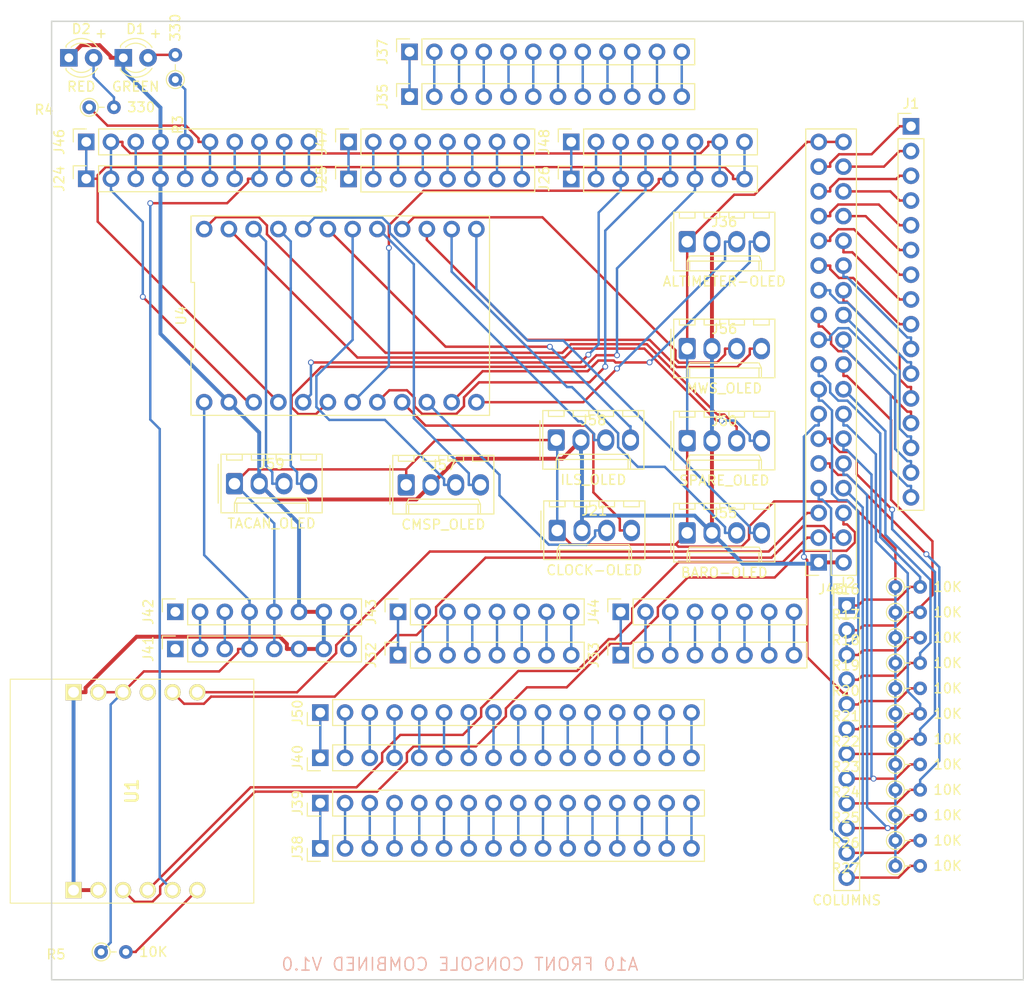
<source format=kicad_pcb>
(kicad_pcb (version 20240108) (generator "pcbnew") (generator_version "8.0")
  (title_block (date "mar. 31 mars 2015"))
  (layers (0 "F.Cu" signal) (31 "B.Cu" signal) (34 "B.Paste" user) (35 "F.Paste" user) (36 "B.SilkS" user "B.Silkscreen") (37 "F.SilkS" user "F.Silkscreen") (38 "B.Mask" user) (39 "F.Mask" user) (44 "Edge.Cuts" user))
  (net 0 "")
  (net 1 "GND")
  (net 2 "SCLK")
  (net 3 "ES1_RST")
  (net 4 "MISO")
  (net 5 "MOSI")
  (net 6 "+5V")
  (net 7 "/IOREF")
  (net 8 "/AREF")
  (net 9 "/*13")
  (net 10 "/*12")
  (net 11 "/TX0{slash}1")
  (net 12 "/RX0{slash}0")
  (net 13 "+3V3")
  (net 14 "Net-(D1-A)")
  (net 15 "Net-(D2-A)")
  (net 16 "VCC")
  (net 17 "/~{RESET}")
  (net 18 "SS")
  (net 19 "D21 SCL")
  (net 20 "D20 SDA")
  (net 21 "BACKLIGHT")
  (net 24 "Net-(U1-INT)")
  (net 25 "D14")
  (net 27 "D17")
  (net 28 "D15")
  (net 29 "D18")
  (net 30 "D16")
  (net 31 "D19")
  (net 32 "D11")
  (net 33 "D9")
  (net 34 "D8")
  (net 35 "D6")
  (net 36 "D3")
  (net 37 "/OLED/SD7")
  (net 38 "/OLED/SD5")
  (net 39 "/OLED/SC1")
  (net 40 "/OLED/SC2")
  (net 41 "/OLED/SD1")
  (net 42 "/OLED/SD0")
  (net 43 "/OLED/SC7")
  (net 44 "/OLED/SD2")
  (net 45 "/OLED/SD3")
  (net 46 "/OLED/SC6")
  (net 47 "/OLED/SC3")
  (net 48 "/OLED/SC0")
  (net 49 "/OLED/SD4")
  (net 50 "/OLED/SD6")
  (net 51 "/OLED/SC5")
  (net 52 "/OLED/SC4")
  (net 53 "D5")
  (net 54 "D7")
  (net 55 "D4")
  (net 56 "A7 D61")
  (net 57 "A3 D57")
  (net 58 "A6 D60")
  (net 59 "A4 D58")
  (net 60 "A2 D56")
  (net 61 "A0 D54")
  (net 62 "A1 D55")
  (net 63 "A5 D59")
  (net 64 "A14 D68")
  (net 65 "A10 D64")
  (net 66 "A15 D69")
  (net 67 "A13 D67")
  (net 68 "A11 D65")
  (net 69 "A8 D62")
  (net 70 "A9 D63")
  (net 71 "A12 D66")
  (net 72 "D47")
  (net 73 "D30")
  (net 74 "D48")
  (net 75 "D36")
  (net 76 "D31")
  (net 77 "D43")
  (net 78 "D28")
  (net 79 "D29")
  (net 80 "D33")
  (net 81 "D45")
  (net 82 "D46")
  (net 83 "D27")
  (net 84 "D38")
  (net 85 "D23")
  (net 86 "D42")
  (net 87 "D37")
  (net 88 "D49")
  (net 89 "D40")
  (net 90 "D34")
  (net 91 "D39")
  (net 92 "D44")
  (net 93 "D35")
  (net 94 "D25")
  (net 95 "D24")
  (net 96 "D22")
  (net 97 "D32")
  (net 98 "D26")
  (net 99 "D41")
  (net 100 "Net-(J35-Pin_12)")
  (net 101 "Net-(J35-Pin_4)")
  (net 102 "Net-(J35-Pin_6)")
  (net 103 "Net-(J35-Pin_7)")
  (net 104 "Net-(J35-Pin_3)")
  (net 105 "Net-(J35-Pin_5)")
  (net 106 "Net-(J35-Pin_2)")
  (net 107 "Net-(J35-Pin_10)")
  (net 108 "Net-(J35-Pin_8)")
  (net 109 "Net-(J35-Pin_11)")
  (net 110 "Net-(J35-Pin_1)")
  (net 111 "Net-(J35-Pin_9)")
  (net 112 "Net-(J38-Pin_1)")
  (net 113 "Net-(J38-Pin_8)")
  (net 114 "Net-(J38-Pin_3)")
  (net 115 "Net-(J38-Pin_11)")
  (net 116 "Net-(J38-Pin_12)")
  (net 117 "Net-(J38-Pin_10)")
  (net 118 "Net-(J38-Pin_16)")
  (net 119 "Net-(J38-Pin_9)")
  (net 120 "Net-(J38-Pin_6)")
  (net 121 "Net-(J38-Pin_14)")
  (net 122 "Net-(J38-Pin_5)")
  (net 123 "Net-(J38-Pin_13)")
  (net 124 "Net-(J38-Pin_15)")
  (net 125 "Net-(J38-Pin_2)")
  (net 126 "Net-(J38-Pin_7)")
  (net 127 "Net-(J38-Pin_4)")
  (net 128 "Net-(J40-Pin_15)")
  (net 129 "Net-(J40-Pin_3)")
  (net 130 "Net-(J40-Pin_2)")
  (net 131 "Net-(J40-Pin_14)")
  (net 132 "Net-(J40-Pin_6)")
  (net 133 "Net-(J40-Pin_11)")
  (net 134 "Net-(J40-Pin_9)")
  (net 135 "Net-(J40-Pin_8)")
  (net 136 "Net-(J40-Pin_12)")
  (net 137 "Net-(J40-Pin_1)")
  (net 138 "Net-(J40-Pin_7)")
  (net 139 "Net-(J40-Pin_16)")
  (net 140 "Net-(J40-Pin_5)")
  (net 141 "Net-(J40-Pin_10)")
  (net 142 "Net-(J40-Pin_13)")
  (net 143 "Net-(J40-Pin_4)")
  (footprint "Connector_PinSocket_2.54mm:PinSocket_2x18_P2.54mm_Vertical" (layer "F.Cu") (at 193.98 92.38 180)
    (property "Reference" "J45")
    (property "Value" "Digital")
  )
  (footprint "Connector_PinSocket_2.54mm:PinSocket_1x08_P2.54mm_Vertical" (layer "F.Cu") (at 127.94 97.46 90)
    (property "Reference" "J42")
    (property "Value" "Power")
  )
  (footprint "Connector_PinSocket_2.54mm:PinSocket_1x08_P2.54mm_Vertical" (layer "F.Cu") (at 150.8 97.46 90)
    (property "Reference" "J43")
    (property "Value" "Analog")
  )
  (footprint "Connector_PinSocket_2.54mm:PinSocket_1x08_P2.54mm_Vertical" (layer "F.Cu") (at 173.66 97.46 90)
    (property "Reference" "J44")
    (property "Value" "Analog")
  )
  (footprint "Connector_PinSocket_2.54mm:PinSocket_1x10_P2.54mm_Vertical" (layer "F.Cu") (at 118.796 49.2 90)
    (property "Reference" "J46")
    (property "Value" "PWM")
  )
  (footprint "Connector_PinSocket_2.54mm:PinSocket_1x08_P2.54mm_Vertical" (layer "F.Cu") (at 145.72 49.2 90)
    (property "Reference" "J47")
    (property "Value" "PWM")
  )
  (footprint "Connector_PinSocket_2.54mm:PinSocket_1x08_P2.54mm_Vertical" (layer "F.Cu") (at 168.58 49.2 90)
    (property "Reference" "J48")
    (property "Value" "Communication")
  )
  (footprint "Package_DIP:DIP-24_TCA9548A" (layer "F.Cu") (at 144.87 67.04)
    (property "Reference" "U4")
    (property "Value" "TCA9548APWR")
  )
  (footprint "Resistor_THT:R_Axial_DIN0204_L3.6mm_D1.6mm_P2.54mm_Vertical" (layer "F.Cu") (at 119.1 45.644)
    (property "Reference" "R4")
    (property "Value" "330")
  )
  (footprint "Resistor_THT:R_Axial_DIN0204_L3.6mm_D1.6mm_P2.54mm_Vertical" (layer "F.Cu") (at 201.85 94.9)
    (property "Reference" "R16")
    (property "Value" "10K")
  )
  (footprint "Connector_Molex:Molex_KK-254_AE-6410-04A_1x04_P2.54mm_Vertical" (layer "F.Cu") (at 180.48 70.4322)
    (property "Reference" "J56")
    (property "Value" "MWS_OLED")
  )
  (footprint "Resistor_THT:R_Axial_DIN0204_L3.6mm_D1.6mm_P2.54mm_Vertical" (layer "F.Cu") (at 201.85 102.7136)
    (property "Reference" "R19")
    (property "Value" "10K")
  )
  (footprint "Resistor_THT:R_Axial_DIN0204_L3.6mm_D1.6mm_P2.54mm_Vertical" (layer "F.Cu") (at 120.325 132.385)
    (property "Reference" "R5")
    (property "Value" "10K")
  )
  (footprint "Connector_Molex:Molex_KK-254_AE-6410-04A_1x04_P2.54mm_Vertical" (layer "F.Cu") (at 167.14 89.1)
    (property "Reference" "J21")
    (property "Value" "CLOCK-OLED")
  )
  (footprint "Connector_PinSocket_2.54mm:PinSocket_1x08_P2.54mm_Vertical" (layer "F.Cu") (at 173.66 101.905 90)
    (property "Reference" "J33")
    (property "Value" "Analog")
  )
  (footprint "Arduino_MountingHole:MountingHole_3.2mm" (layer "F.Cu") (at 196.02 132.385)
    (property "Reference" "H2")
    (property "Value" "MountingHole")
  )
  (footprint "Connector_PinHeader_2.54mm:PinHeader_1x12_P2.54mm_Vertical" (layer "F.Cu") (at 196.85 96.81)
    (property "Reference" "J2")
    (property "Value" "COLUMNS")
  )
  (footprint "Connector_PinSocket_2.54mm:PinSocket_1x08_P2.54mm_Vertical" (layer "F.Cu") (at 127.94 101.27 90)
    (property "Reference" "J41")
    (property "Value" "Power")
  )
  (footprint "Connector_PinSocket_2.54mm:PinSocket_1x12_P2.54mm_Vertical" (layer "F.Cu") (at 151.98 39.95 90)
    (property "Reference" "J37")
    (property "Value" "PATCH")
  )
  (footprint "Connector_PinHeader_2.54mm:PinHeader_1x16_P2.54mm_Vertical" (layer "F.Cu") (at 142.82 107.8 90)
    (property "Reference" "J50")
    (property "Value" "PATCH")
  )
  (footprint "Resistor_THT:R_Axial_DIN0204_L3.6mm_D1.6mm_P2.54mm_Vertical" (layer "F.Cu") (at 201.85 100.1091)
    (property "Reference" "R18")
    (property "Value" "10K")
  )
  (footprint "Connector_PinHeader_2.54mm:PinHeader_1x16_P2.54mm_Vertical" (layer "F.Cu") (at 142.82 121.75 90)
    (property "Reference" "J38")
    (property "Value" "PATCH")
  )
  (footprint "Resistor_THT:R_Axial_DIN0204_L3.6mm_D1.6mm_P2.54mm_Vertical" (layer "F.Cu") (at 201.85 105.3182)
    (property "Reference" "R20")
    (property "Value" "10K")
  )
  (footprint "Connector_PinSocket_2.54mm:PinSocket_1x12_P2.54mm_Vertical" (layer "F.Cu") (at 151.98 44.55 90)
    (property "Reference" "J35")
    (property "Value" "PATCH")
  )
  (footprint "Resistor_THT:R_Axial_DIN0204_L3.6mm_D1.6mm_P2.54mm_Vertical" (layer "F.Cu") (at 201.85 107.9227)
    (property "Reference" "R21")
    (property "Value" "10K")
  )
  (footprint "Arduino_MountingHole:MountingHole_3.2mm" (layer "F.Cu") (at 196.02 39.675)
    (property "Reference" "H3")
    (property "Value" "MountingHole")
  )
  (footprint "Resistor_THT:R_Axial_DIN0204_L3.6mm_D1.6mm_P2.54mm_Vertical" (layer "F.Cu") (at 201.85 123.55)
    (property "Reference" "R27")
    (property "Value" "10K")
  )
  (footprint "Connector_PinSocket_2.54mm:PinSocket_1x08_P2.54mm_Vertical" (layer "F.Cu") (at 168.58 53.01 90)
    (property "Reference" "J26")
    (property "Value" "Communication")
  )
  (footprint "Resistor_THT:R_Axial_DIN0204_L3.6mm_D1.6mm_P2.54mm_Vertical" (layer "F.Cu") (at 201.85 97.5045)
    (property "Reference" "R17")
    (property "Value" "10K")
  )
  (footprint "Resistor_THT:R_Axial_DIN0204_L3.6mm_D1.6mm_P2.54mm_Vertical" (layer "F.Cu") (at 201.85 120.9454)
    (property "Reference" "R26")
    (property "Value" "10K")
  )
  (footprint "Resistor_THT:R_Axial_DIN0204_L3.6mm_D1.6mm_P2.54mm_Vertical" (layer "F.Cu") (at 201.85 113.1318)
    (property "Reference" "R23")
    (property "Value" "10K")
  )
  (footprint "Connector_Molex:Molex_KK-254_AE-6410-04A_1x04_P2.54mm_Vertical" (layer "F.Cu") (at 151.64 84.42)
    (property "Reference" "J57")
    (property "Value" "CMSP_OLED")
  )
  (footprint "Connector_Molex:Molex_KK-254_AE-6410-04A_1x04_P2.54mm_Vertical" (layer "F.Cu") (at 134.01 84.3)
    (property "Reference" "J59")
    (property "Value" "TACAN_OLED")
  )
  (footprint "Connector_Molex:Molex_KK-254_AE-6410-04A_1x04_P2.54mm_Vertical" (layer "F.Cu") (at 167.04 79.82)
    (property "Reference" "J58")
    (property "Value" "ILS_OLED")
  )
  (footprint "Connector_PinHeader_2.54mm:PinHeader_1x16_P2.54mm_Vertical" (layer "F.Cu") (at 203.45 47.6)
    (property "Reference" "J1")
    (property "Value" "ROWS")
  )
  (footprint "Connector_PinSocket_2.54mm:PinSocket_1x08_P2.54mm_Vertical" (layer "F.Cu") (at 145.72 53.01 90)
    (property "Reference" "J25")
    (property "Value" "PWM")
  )
  (footprint "Connector_PinSocket_2.54mm:PinSocket_1x08_P2.54mm_Vertical" (layer "F.Cu") (at 150.8 101.905 90)
    (property "Reference" "J32")
    (property "Value" "Analog")
  )
  (footprint "Resistor_THT:R_Axial_DIN0204_L3.6mm_D1.6mm_P2.54mm_Vertical" (layer "F.Cu") (at 201.85 115.7364)
    (property "Reference" "R24")
    (property "Value" "10K")
  )
  (footprint "Resistor_THT:R_Axial_DIN0204_L3.6mm_D1.6mm_P2.54mm_Vertical" (layer "F.Cu") (at 201.85 118.3409)
    (property "Reference" "R25")
    (property "Value" "10K")
  )
  (footprint "LED_THT:LED_D3.0mm" (layer "F.Cu") (at 122.601 40.564)
    (property "Reference" "D1")
    (property "Value" "GREEN")
  )
  (footprint "Connector_Molex:Molex_KK-254_AE-6410-04A_1x04_P2.54mm_Vertical" (layer "F.Cu") (at 180.48 59.45)
    (property "Reference" "J36")
    (property "Value" "ALTIMETER-OLED")
  )
  (footprint "Connector_Molex:Molex_KK-254_AE-6410-04A_1x04_P2.54mm_Vertical" (layer "F.Cu") (at 180.48 79.8911)
    (property "Reference" "J60")
    (property "Value" "SPARE_OLED")
  )
  (footprint "Resistor_THT:R_Axial_DIN0204_L3.6mm_D1.6mm_P2.54mm_Vertical" (layer "F.Cu") (at 127.94 42.8 90)
    (property "Reference" "R3")
    (property "Value" "330")
  )
  (footprint "Connector_PinHeader_2.54mm:PinHeader_1x16_P2.54mm_Vertical" (layer "F.Cu") (at 142.82 112.45 90)
    (property "Reference" "J40")
    (property "Value" "PATCH")
  )
  (footprint "Arduino_MountingHole:MountingHole_3.2mm" (layer "F.Cu") (at 166.04 64.44)
    (property "Reference" "MH1" (hide yes))
    (property "Value" "MountingHole_3.2mm" (hide yes))
  )
  (footprint "USR-ES1:USRES1" (layer "F.Cu") (at 117.495 126.035 90)
    (property "Reference" "U1")
    (property "Value" "USR-ES1" (hide yes))
  )
  (footprint "Connector_PinSocket_2.54mm:PinSocket_1x10_P2.54mm_Vertical" (layer "F.Cu") (at 118.796 52.985 90)
    (property "Reference" "J24")
    (property "Value" "PWM")
  )
  (footprint "Connector_Molex:Molex_KK-254_AE-6410-04A_1x04_P2.54mm_Vertical" (layer "F.Cu") (at 180.48 89.35)
    (property "Reference" "J55")
    (property "Value" "BARO-OLED")
  )
  (footprint "Arduino_MountingHole:MountingHole_3.2mm" (layer "F.Cu") (at 136.02 132.385)
    (property "Reference" "H1")
    (property "Value" "MountingHole")
  )
  (footprint "Resistor_THT:R_Axial_DIN0204_L3.6mm_D1.6mm_P2.54mm_Vertical" (layer "F.Cu") (at 201.85 110.5273)
    (property "Reference" "R22")
    (property "Value" "10K")
  )
  (footprint "Connector_PinHeader_2.54mm:PinHeader_1x16_P2.54mm_Vertical" (layer "F.Cu") (at 142.82 117.1 90)
    (property "Reference" "J39")
    (property "Value" "PATCH")
  )
  (footprint "LED_THT:LED_D3.0mm" (layer "F.Cu") (at 117.013 40.564)
    (property "Reference" "D2")
    (property "Value" "RED")
  )
  (footprint "Arduino_MountingHole:MountingHole_3.2mm" (layer "F.Cu") (at 136.02 39.675)
    (property "Reference" "H4")
    (property "Value" "MountingHole")
  )
  (gr_rect (start 115.24 36.8175) (end 215 135.2425) (stroke (width 0.15)) (fill none) (layer "Edge.Cuts"))
  (gr_text "A10 FRONT CONSOLE COMBINED V1.0" (at 157.15 133.655 -0) (layer "B.SilkS") (effects (font (size 1.3 1.3)) (justify mirror)))
  (gr_text "+" (at 125.908 38.024 0) (layer "F.SilkS") (effects (font (size 1 1))))
  (gr_text "+" (at 120.32 38.024 0) (layer "F.SilkS") (effects (font (size 1 1))))
  (segment (start 118.7276 105.2528) (end 123.9705 100.0099) (width 0.4) (layer "F.Cu") (net 1))
  (segment (start 118.7276 105.715) (end 118.7276 105.2528) (width 0.4) (layer "F.Cu") (net 1))
  (segment (start 156.8703 81.7297) (end 154.18 84.42) (width 0.4) (layer "F.Cu") (net 1))
  (segment (start 117.495 105.715) (end 118.7276 105.715) (width 0.4) (layer "F.Cu") (net 1))
  (segment (start 183.02 79.8911) (end 183.02 89.35) (width 0.4) (layer "F.Cu") (net 1))
  (segment (start 169.58 79.82) (end 167.6703 81.7297) (width 0.4) (layer "F.Cu") (net 1))
  (segment (start 120.1634 39.2639) (end 121.3009 40.4014) (width 0.4) (layer "F.Cu") (net 1))
  (segment (start 120.035 126.035) (end 117.495 126.035) (width 0.4) (layer "F.Cu") (net 1))
  (segment (start 140.64 101.27) (end 139.3899 101.27) (width 0.4) (layer "F.Cu") (net 1))
  (segment (start 152.6818 85.9182) (end 138.1682 85.9182) (width 0.4) (layer "F.Cu") (net 1))
  (segment (start 183.02 59.45) (end 183.02 70.4322) (width 0.4) (layer "F.Cu") (net 1))
  (segment (start 121.3009 40.4014) (end 121.3009 40.564) (width 0.4) (layer "F.Cu") (net 1))
  (segment (start 123.9705 100.0099) (end 138.6478 100.0099) (width 0.4) (layer "F.Cu") (net 1))
  (segment (start 143.18 101.27) (end 140.64 101.27) (width 0.4) (layer "F.Cu") (net 1))
  (segment (start 139.3899 100.752) (end 139.3899 101.27) (width 0.4) (layer "F.Cu") (net 1))
  (segment (start 117.013 40.564) (end 118.3131 39.2639) (width 0.4) (layer "F.Cu") (net 1))
  (segment (start 167.6703 81.7297) (end 156.8703 81.7297) (width 0.4) (layer "F.Cu") (net 1))
  (segment (start 143.18 97.46) (end 140.64 97.46) (width 0.4) (layer "F.Cu") (net 1))
  (segment (start 122.601 40.564) (end 121.3009 40.564) (width 0.4) (layer "F.Cu") (net 1))
  (segment (start 138.6478 100.0099) (end 139.3899 100.752) (width 0.4) (layer "F.Cu") (net 1))
  (segment (start 118.3131 39.2639) (end 120.1634 39.2639) (width 0.4) (layer "F.Cu") (net 1))
  (segment (start 196.52 92.38) (end 193.98 92.38) (width 0.4) (layer "F.Cu") (net 1))
  (segment (start 154.18 84.42) (end 152.6818 85.9182) (width 0.4) (layer "F.Cu") (net 1))
  (segment (start 138.1682 85.9182) (end 136.55 84.3) (width 0.4) (layer "F.Cu") (net 1))
  (segment (start 117.495 105.715) (end 117.495 126.035) (width 0.4) (layer "B.Cu") (net 1))
  (segment (start 126.416 68.906) (end 133.44 75.93) (width 0.4) (layer "B.Cu") (net 1))
  (segment (start 169.68 87.5737) (end 169.68 89.1) (width 0.4) (layer "B.Cu") (net 1))
  (segment (start 183.02 79.8911) (end 183.02 70.4322) (width 0.4) (layer "B.Cu") (net 1))
  (segment (start 169.58 79.82) (end 169.58 81.3151) (width 0.4) (layer "B.Cu") (net 1))
  (segment (start 140.64 88.39) (end 140.64 97.46) (width 0.4) (layer "B.Cu") (net 1))
  (segment (start 143.18 101.27) (end 143.18 97.46) (width 0.4) (layer "B.Cu") (net 1))
  (segment (start 122.601 40.564) (end 122.601 41.8641) (width 0.4) (layer "B.Cu") (net 1))
  (segment (start 169.68 81.4151) (end 169.68 87.5737) (width 0.4) (layer "B.Cu") (net 1))
  (segment (start 126.416 52.985) (end 126.416 68.906) (width 0.4) (layer "B.Cu") (net 1))
  (segment (start 133.44 75.93) (end 136.55 79.04) (width 0.4) (layer "B.Cu") (net 1))
  (segment (start 193.8464 92.5136) (end 193.98 92.38) (width 0.4) (layer "B.Cu") (net 1))
  (segment (start 126.416 49.2) (end 126.416 52.985) (width 0.4) (layer "B.Cu") (net 1))
  (segment (start 136.55 84.3) (end 140.64 88.39) (width 0.4) (layer "B.Cu") (net 1))
  (segment (start 126.416 45.6791) (end 126.416 49.2) (width 0.4) (layer "B.Cu") (net 1))
  (segment (start 181.2437 87.5737) (end 183.02 89.35) (width 0.4) (layer "B.Cu") (net 1))
  (segment (start 183.02 89.35) (end 186.1836 92.5136) (width 0.4) (layer "B.Cu") (net 1))
  (segment (start 169.68 87.5737) (end 181.2437 87.5737) (width 0.4) (layer "B.Cu") (net 1))
  (segment (start 186.1836 92.5136) (end 193.8464 92.5136) (width 0.4) (layer "B.Cu") (net 1))
  (segment (start 169.58 81.3151) (end 169.68 81.4151) (width 0.4) (layer "B.Cu") (net 1))
  (segment (start 122.601 41.8641) (end 126.416 45.6791) (width 0.4) (layer "B.Cu") (net 1))
  (segment (start 136.55 79.04) (end 136.55 84.3) (width 0.4) (layer "B.Cu") (net 1))
  (segment (start 193.98 89.84) (end 192.8049 89.84) (width 0.25) (layer "F.Cu") (net 2))
  (segment (start 135.6753 115.4747) (end 146.5394 115.4747) (width 0.25) (layer "F.Cu") (net 2))
  (segment (start 172.4242 100.2647) (end 173.0607 100.2647) (width 0.25) (layer "F.Cu") (net 2))
  (segment (start 157.4552 110.095) (end 159.33 108.2202) (width 0.25) (layer "F.Cu") (net 2))
  (segment (start 174.8352 98.4902) (end 174.8352 97.1118) (width 0.25) (layer "F.Cu") (net 2))
  (segment (start 163.1451 103.5303) (end 169.1586 103.5303) (width 0.25) (layer "F.Cu") (net 2))
  (segment (start 169.1586 103.5303) (end 172.4242 100.2647) (width 0.25) (layer "F.Cu") (net 2))
  (segment (start 125.115 126.035) (end 135.6753 115.4747) (width 0.25) (layer "F.Cu") (net 2))
  (segment (start 173.0607 100.2647) (end 174.8352 98.4902) (width 0.25) (layer "F.Cu") (net 2))
  (segment (start 151.0364 110.095) (end 157.4552 110.095) (width 0.25) (layer "F.Cu") (net 2))
  (segment (start 190.2985 92.3464) (end 192.8049 89.84) (width 0.25) (layer "F.Cu") (net 2))
  (segment (start 159.33 107.3454) (end 163.1451 103.5303) (width 0.25) (layer "F.Cu") (net 2))
  (segment (start 159.33 108.2202) (end 159.33 107.3454) (width 0.25) (layer "F.Cu") (net 2))
  (segment (start 149.17 111.9614) (end 151.0364 110.095) (width 0.25) (layer "F.Cu") (net 2))
  (segment (start 146.5394 115.4747) (end 149.17 112.8441) (width 0.25) (layer "F.Cu") (net 2))
  (segment (start 174.8352 97.1118) (end 179.6006 92.3464) (width 0.25) (layer "F.Cu") (net 2))
  (segment (start 149.17 112.8441) (end 149.17 111.9614) (width 0.25) (layer "F.Cu") (net 2))
  (segment (start 179.6006 92.3464) (end 190.2985 92.3464) (width 0.25) (layer "F.Cu") (net 2))
  (segment (start 131.6098 106.1652) (end 144.3019 106.1652) (width 0.25) (layer "F.Cu") (net 3))
  (segment (start 159.7768 91.8963) (end 189.1337 91.8963) (width 0.25) (layer "F.Cu") (net 3))
  (segment (start 154.7048 96.9683) (end 159.7768 91.8963) (width 0.25) (layer "F.Cu") (net 3))
  (segment (start 130.878 106.897) (end 131.6098 106.1652) (width 0.25) (layer "F.Cu") (net 3))
  (segment (start 150.6214 99.8457) (end 152.6987 99.8457) (width 0.25) (layer "F.Cu") (net 3))
  (segment (start 154.7048 97.8396) (end 154.7048 96.9683) (width 0.25) (layer "F.Cu") (net 3))
  (segment (start 144.3019 106.1652) (end 150.6214 99.8457) (width 0.25) (layer "F.Cu") (net 3))
  (segment (start 196.52 89.84) (end 195.3449 89.84) (width 0.25) (layer "F.Cu") (net 3))
  (segment (start 152.6987 99.8457) (end 154.7048 97.8396) (width 0.25) (layer "F.Cu") (net 3))
  (segment (start 194.5178 88.6457) (end 195.3449 89.4728) (width 0.25) (layer "F.Cu") (net 3))
  (segment (start 192.3843 88.6457) (end 194.5178 88.6457) (width 0.25) (layer "F.Cu") (net 3))
  (segment (start 189.1337 91.8963) (end 192.3843 88.6457) (width 0.25) (layer "F.Cu") (net 3))
  (segment (start 195.3449 89.4728) (end 195.3449 89.84) (width 0.25) (layer "F.Cu") (net 3))
  (segment (start 128.837 106.897) (end 130.878 106.897) (width 0.25) (layer "F.Cu") (net 3))
  (segment (start 127.655 105.715) (end 128.837 106.897) (width 0.25) (layer "F.Cu") (net 3))
  (segment (start 154.0603 91.2677) (end 188.8372 91.2677) (width 0.25) (layer "F.Cu") (net 4))
  (segment (start 140.4397 105.715) (end 144.45 101.7047) (width 0.25) (layer "F.Cu") (net 4))
  (segment (start 193.98 87.3) (end 192.8049 87.3) (width 0.25) (layer "F.Cu") (net 4))
  (segment (start 130.195 105.715) (end 140.4397 105.715) (width 0.25) (layer "F.Cu") (net 4))
  (segment (start 144.45 101.7047) (end 144.45 100.878) (width 0.25) (layer "F.Cu") (net 4))
  (segment (start 144.45 100.878) (end 154.0603 91.2677) (width 0.25) (layer "F.Cu") (net 4))
  (segment (start 188.8372 91.2677) (end 192.8049 87.3) (width 0.25) (layer "F.Cu") (net 4))
  (segment (start 196.8852 88.4751) (end 197.7024 89.2923) (width 0.25) (layer "F.Cu") (net 5))
  (segment (start 126.385 126.4429) (end 125.5912 127.2367) (width 0.25) (layer "F.Cu") (net 5))
  (segment (start 196.8334 91.1884) (end 192.2022 91.1884) (width 0.25) (layer "F.Cu") (net 5))
  (segment (start 172.6106 100.7148) (end 168.1171 105.2083) (width 0.25) (layer "F.Cu") (net 5))
  (segment (start 197.7024 90.3194) (end 196.8334 91.1884) (width 0.25) (layer "F.Cu") (net 5))
  (segment (start 180.53 93.9356) (end 177.47 96.9956) (width 0.25) (layer "F.Cu") (net 5))
  (segment (start 126.385 125.662) (end 126.385 126.4429) (width 0.25) (layer "F.Cu") (net 5))
  (segment (start 161.87 108.2019) (end 158.7971 111.2748) (width 0.25) (layer "F.Cu") (net 5))
  (segment (start 152.3999 111.2748) (end 151.71 111.9647) (width 0.25) (layer "F.Cu") (net 5))
  (segment (start 177.47 97.9094) (end 174.6646 100.7148) (width 0.25) (layer "F.Cu") (net 5))
  (segment (start 151.71 112.8519) (end 148.6371 115.9248) (width 0.25) (layer "F.Cu") (net 5))
  (segment (start 189.455 93.9356) (end 180.53 93.9356) (width 0.25) (layer "F.Cu") (net 5))
  (segment (start 123.7767 127.2367) (end 122.575 126.035) (width 0.25) (layer "F.Cu") (net 5))
  (segment (start 168.1171 105.2083) (end 164.0359 105.2083) (width 0.25) (layer "F.Cu") (net 5))
  (segment (start 158.7971 111.2748) (end 152.3999 111.2748) (width 0.25) (layer "F.Cu") (net 5))
  (segment (start 148.6371 115.9248) (end 136.1222 115.9248) (width 0.25) (layer "F.Cu") (net 5))
  (segment (start 196.52 87.3) (end 196.52 88.4751) (width 0.25) (layer "F.Cu") (net 5))
  (segment (start 197.7024 89.2923) (end 197.7024 90.3194) (width 0.25) (layer "F.Cu") (net 5))
  (segment (start 136.1222 115.9248) (end 126.385 125.662) (width 0.25) (layer "F.Cu") (net 5))
  (segment (start 161.87 107.3742) (end 161.87 108.2019) (width 0.25) (layer "F.Cu") (net 5))
  (segment (start 125.5912 127.2367) (end 123.7767 127.2367) (width 0.25) (layer "F.Cu") (net 5))
  (segment (start 174.6646 100.7148) (end 172.6106 100.7148) (width 0.25) (layer "F.Cu") (net 5))
  (segment (start 192.2022 91.1884) (end 189.455 93.9356) (width 0.25) (layer "F.Cu") (net 5))
  (segment (start 177.47 96.9956) (end 177.47 97.9094) (width 0.25) (layer "F.Cu") (net 5))
  (segment (start 164.0359 105.2083) (end 161.87 107.3742) (width 0.25) (layer "F.Cu") (net 5))
  (segment (start 151.71 111.9647) (end 151.71 112.8519) (width 0.25) (layer "F.Cu") (net 5))
  (segment (start 196.52 88.4751) (end 196.8852 88.4751) (width 0.25) (layer "F.Cu") (net 5))
  (segment (start 186.83 89.9953) (end 186.83 88.6955) (width 0.25) (layer "F.Cu") (net 6))
  (segment (start 135.4798 82.8302) (end 134.01 84.3) (width 0.25) (layer "F.Cu") (net 6))
  (segment (start 151.64 82.8302) (end 154.6502 79.82) (width 0.25) (layer "F.Cu") (net 6))
  (segment (start 197.0215 86.116) (end 201.85 90.9445) (width 0.25) (layer "F.Cu") (net 6))
  (segment (start 179.3537 90.4763) (end 180.48 89.35) (width 0.25) (layer "F.Cu") (net 6))
  (segment (start 168.5859 90.5459) (end 179.3537 90.5459) (width 0.25) (layer "F.Cu") (net 6))
  (segment (start 167.14 89.1) (end 168.5859 90.5459) (width 0.25) (layer "F.Cu") (net 6))
  (segment (start 180.48 89.35) (end 180.48 79.8911) (width 0.25) (layer "F.Cu") (net 6))
  (segment (start 179.3537 90.5459) (end 179.3537 90.4763) (width 0.25) (layer "F.Cu") (net 6))
  (segment (start 193.98 49.2) (end 192.8049 49.2) (width 0.25) (layer "F.Cu") (net 6))
  (segment (start 151.64 84.42) (end 151.64 82.8302) (width 0.25) (layer "F.Cu") (net 6))
  (segment (start 196.52 49.2) (end 193.98 49.2) (width 0.25) (layer "F.Cu") (net 6))
  (segment (start 189.4095 86.116) (end 197.0215 86.116) (width 0.25) (layer "F.Cu") (net 6))
  (segment (start 154.6502 79.82) (end 167.04 79.82) (width 0.25) (layer "F.Cu") (net 6))
  (segment (start 179.5789 90.7711) (end 186.0542 90.7711) (width 0.25) (layer "F.Cu") (net 6))
  (segment (start 151.64 82.8302) (end 135.4798 82.8302) (width 0.25) (layer "F.Cu") (net 6))
  (segment (start 185.3073 54.6227) (end 187.3822 54.6227) (width 0.25) (layer "F.Cu") (net 6))
  (segment (start 187.3822 54.6227) (end 192.8049 49.2) (width 0.25) (layer "F.Cu") (net 6))
  (segment (start 201.85 90.9445) (end 201.85 94.9) (width 0.25) (layer "F.Cu") (net 6))
  (segment (start 186.83 88.6955) (end 189.4095 86.116) (width 0.25) (layer "F.Cu") (net 6))
  (segment (start 180.48 70.4322) (end 180.48 59.45) (width 0.25) (layer "F.Cu") (net 6))
  (segment (start 179.3537 90.5459) (end 179.5789 90.7711) (width 0.25) (layer "F.Cu") (net 6))
  (segment (start 180.48 59.45) (end 185.3073 54.6227) (width 0.25) (layer "F.Cu") (net 6))
  (segment (start 186.0542 90.7711) (end 186.83 89.9953) (width 0.25) (layer "F.Cu") (net 6))
  (segment (start 167.04 79.82) (end 167.14 79.92) (width 0.25) (layer "B.Cu") (net 6))
  (segment (start 201.85 105.3182) (end 201.85 102.7136) (width 0.25) (layer "B.Cu") (net 6))
  (segment (start 201.85 100.1091) (end 201.85 97.5045) (width 0.25) (layer "B.Cu") (net 6))
  (segment (start 201.85 113.1318) (end 201.85 110.5273) (width 0.25) (layer "B.Cu") (net 6))
  (segment (start 201.85 102.7136) (end 201.85 100.1091) (width 0.25) (layer "B.Cu") (net 6))
  (segment (start 138.1 88.39) (end 138.1 97.46) (width 0.25) (layer "B.Cu") (net 6))
  (segment (start 201.85 97.5045) (end 201.85 94.9) (width 0.25) (layer "B.Cu") (net 6))
  (segment (start 201.85 113.1318) (end 201.85 115.7364) (width 0.25) (layer "B.Cu") (net 6))
  (segment (start 134.01 84.3) (end 138.1 88.39) (width 0.25) (layer "B.Cu") (net 6))
  (segment (start 180.48 79.8911) (end 180.48 70.4322) (width 0.25) (layer "B.Cu") (net 6))
  (segment (start 201.85 118.3409) (end 201.85 120.9454) (width 0.25) (layer "B.Cu") (net 6))
  (segment (start 138.1 101.27) (end 138.1 97.46) (width 0.25) (layer "B.Cu") (net 6))
  (segment (start 167.14 79.92) (end 167.14 89.1) (width 0.25) (layer "B.Cu") (net 6))
  (segment (start 201.85 115.7364) (end 201.85 118.3409) (width 0.25) (layer "B.Cu") (net 6))
  (segment (start 201.85 107.9227) (end 201.85 105.3182) (width 0.25) (layer "B.Cu") (net 6))
  (segment (start 201.85 120.9454) (end 201.85 123.55) (width 0.25) (layer "B.Cu") (net 6))
  (segment (start 201.85 110.5273) (end 201.85 107.9227) (width 0.25) (layer "B.Cu") (net 6))
  (segment (start 130.48 101.27) (end 130.48 97.46) (width 0.25) (layer "B.Cu") (net 7))
  (segment (start 123.876 52.985) (end 123.876 49.2) (width 0.25) (layer "B.Cu") (net 8))
  (segment (start 128.956 43.816) (end 128.956 49.2) (width 0.25) (layer "B.Cu") (net 9))
  (segment (start 128.956 52.985) (end 128.956 49.2) (width 0.25) (layer "B.Cu") (net 9))
  (segment (start 127.94 42.8) (end 128.956 43.816) (width 0.25) (layer "B.Cu") (net 9))
  (segment (start 130.3209 48.8348) (end 130.3209 49.2) (width 0.25) (layer "F.Cu") (net 10))
  (segment (start 129.0141 47.528) (end 130.3209 48.8348) (width 0.25) (layer "F.Cu") (net 10))
  (segment (start 120.984 47.528) (end 129.0141 47.528) (width 0.25) (layer "F.Cu") (net 10))
  (segment (start 119.1 45.644) (end 120.984 47.528) (width 0.25) (layer "F.Cu") (net 10))
  (segment (start 131.496 49.2) (end 130.3209 49.2) (width 0.25) (layer "F.Cu") (net 10))
  (segment (start 131.496 52.985) (end 131.496 49.2) (width 0.25) (layer "B.Cu") (net 10))
  (segment (start 160.96 53.01) (end 160.96 49.2) (width 0.25) (layer "B.Cu") (net 11))
  (segment (start 163.5 53.01) (end 163.5 49.2) (width 0.25) (layer "B.Cu") (net 12))
  (segment (start 132.4434 103.5767) (end 134.3849 101.6352) (width 0.25) (layer "F.Cu") (net 13))
  (segment (start 124.7133 103.5767) (end 132.4434 103.5767) (width 0.25) (layer "F.Cu") (net 13))
  (segment (start 122.575 105.715) (end 124.7133 103.5767) (width 0.25) (layer "F.Cu") (net 13))
  (segment (start 135.56 101.27) (end 134.3849 101.27) (width 0.25) (layer "F.Cu") (net 13))
  (segment (start 120.035 105.715) (end 122.575 105.715) (width 0.25) (layer "F.Cu") (net 13))
  (segment (start 134.3849 101.6352) (end 134.3849 101.27) (width 0.25) (layer "F.Cu") (net 13))
  (segment (start 121.305 106.985) (end 122.575 105.715) (width 0.25) (layer "B.Cu") (net 13))
  (segment (start 135.56 97.46) (end 135.56 96.2849) (width 0.25) (layer "B.Cu") (net 13))
  (segment (start 120.325 132.385) (end 121.305 131.405) (width 0.25) (layer "B.Cu") (net 13))
  (segment (start 130.9 75.93) (end 130.9 91.6249) (width 0.25) (layer "B.Cu") (net 13))
  (segment (start 130.9 91.6249) (end 135.56 96.2849) (width 0.25) (layer "B.Cu") (net 13))
  (segment (start 135.56 101.27) (end 135.56 97.46) (width 0.25) (layer "B.Cu") (net 13))
  (segment (start 121.305 131.405) (end 121.305 106.985) (width 0.25) (layer "B.Cu") (net 13))
  (segment (start 127.94 40.26) (end 125.445 40.26) (width 0.25) (layer "F.Cu") (net 14))
  (segment (start 125.445 40.26) (end 125.141 40.564) (width 0.25) (layer "F.Cu") (net 14))
  (segment (start 119.553 40.564) (end 119.553 42.5319) (width 0.25) (layer "B.Cu") (net 15))
  (segment (start 121.64 45.644) (end 121.64 44.6189) (width 0.25) (layer "B.Cu") (net 15))
  (segment (start 119.553 42.5319) (end 121.64 44.6189) (width 0.25) (layer "B.Cu") (net 15))
  (segment (start 145.72 101.27) (end 145.72 97.46) (width 0.25) (layer "B.Cu") (net 16))
  (segment (start 133.02 101.27) (end 133.02 97.46) (width 0.25) (layer "B.Cu") (net 17))
  (segment (start 136.576 52.985) (end 135.4009 52.985) (width 0.25) (layer "F.Cu") (net 18))
  (segment (start 133.2544 55.4967) (end 135.4009 53.3502) (width 0.25) (layer "F.Cu") (net 18))
  (segment (start 125.37 55.4967) (end 133.2544 55.4967) (width 0.25) (layer "F.Cu") (net 18))
  (segment (start 135.4009 53.3502) (end 135.4009 52.985) (width 0.25) (layer "F.Cu") (net 18))
  (via (at 125.37 55.4967) (size 0.6) (drill 0.4) (layers "F.Cu" "B.Cu") (net 18))
  (segment (start 126.3412 78.684) (end 125.37 77.7128) (width 0.25) (layer "B.Cu") (net 18))
  (segment (start 125.37 77.7128) (end 125.37 55.4967) (width 0.25) (layer "B.Cu") (net 18))
  (segment (start 136.576 49.2) (end 136.576 52.985) (width 0.25) (layer "B.Cu") (net 18))
  (segment (start 126.3412 124.7212) (end 126.3412 78.684) (width 0.25) (layer "B.Cu") (net 18))
  (segment (start 127.655 126.035) (end 126.3412 124.7212) (width 0.25) (layer "B.Cu") (net 18))
  (segment (start 138.52 75.93) (end 119.9711 57.3811) (width 0.25) (layer "F.Cu") (net 19))
  (segment (start 119.9711 52.6178) (end 120.8015 51.7874) (width 0.25) (layer "F.Cu") (net 19))
  (segment (start 186.36 53.01) (end 185.1849 53.01) (width 0.25) (layer "F.Cu") (net 19))
  (segment (start 119.9711 57.3811) (end 119.9711 52.985) (width 0.25) (layer "F.Cu") (net 19))
  (segment (start 119.9711 52.985) (end 119.9711 52.6178) (width 0.25) (layer "F.Cu") (net 19))
  (segment (start 120.8015 51.7874) (end 184.3275 51.7874) (width 0.25) (layer "F.Cu") (net 19))
  (segment (start 185.1849 52.6448) (end 185.1849 53.01) (width 0.25) (layer "F.Cu") (net 19))
  (segment (start 184.3275 51.7874) (end 185.1849 52.6448) (width 0.25) (layer "F.Cu") (net 19))
  (segment (start 118.796 52.985) (end 119.9711 52.985) (width 0.25) (layer "F.Cu") (net 19))
  (segment (start 186.36 53.01) (end 186.36 49.2) (width 0.25) (layer "B.Cu") (net 19))
  (segment (start 118.796 52.985) (end 118.796 49.2) (width 0.25) (layer "B.Cu") (net 19))
  (segment (start 135.98 75.93) (end 135.425 75.93) (width 0.25) (layer "F.Cu") (net 20))
  (segment (start 181.8282 50.3839) (end 123.3297 50.3839) (width 0.25) (layer "F.Cu") (net 20))
  (segment (start 183.82 49.2) (end 182.6449 49.2) (width 0.25) (layer "F.Cu") (net 20))
  (segment (start 135.425 75.93) (end 124.6025 65.1075) (width 0.25) (layer "F.Cu") (net 20))
  (segment (start 123.3297 50.3839) (end 122.5111 49.5653) (width 0.25) (layer "F.Cu") (net 20))
  (segment (start 121.336 49.2) (end 122.5111 49.2) (width 0.25) (layer "F.Cu") (net 20))
  (segment (start 122.5111 49.5653) (end 122.5111 49.2) (width 0.25) (layer "F.Cu") (net 20))
  (segment (start 182.6449 49.5672) (end 181.8282 50.3839) (width 0.25) (layer "F.Cu") (net 20))
  (segment (start 182.6449 49.2) (end 182.6449 49.5672) (width 0.25) (layer "F.Cu") (net 20))
  (via (at 124.6025 65.1075) (size 0.6) (drill 0.4) (layers "F.Cu" "B.Cu") (net 20))
  (segment (start 121.336 52.985) (end 121.336 54.1601) (width 0.25) (layer "B.Cu") (net 20))
  (segment (start 124.6025 65.1075) (end 124.6025 57.4266) (width 0.25) (layer "B.Cu") (net 20))
  (segment (start 183.82 53.01) (end 183.82 49.2) (width 0.25) (layer "B.Cu") (net 20))
  (segment (start 121.336 52.985) (end 121.336 49.2) (width 0.25) (layer "B.Cu") (net 20))
  (segment (start 124.6025 57.4266) (end 121.336 54.1601) (width 0.25) (layer "B.Cu") (net 20))
  (segment (start 158.42 53.01) (end 158.42 49.2) (width 0.25) (layer "B.Cu") (net 21))
  (segment (start 130.195 126.035) (end 123.8901 132.3399) (width 0.25) (layer "F.Cu") (net 24))
  (segment (start 123.8901 132.3399) (end 123.8901 132.385) (width 0.25) (layer "F.Cu") (net 24))
  (segment (start 122.865 132.385) (end 123.8901 132.385) (width 0.25) (layer "F.Cu") (net 24))
  (segment (start 168.58 53.01) (end 168.58 49.2) (width 0.25) (layer "B.Cu") (net 25))
  (segment (start 149.9021 74.7079) (end 151.7209 74.7079) (width 0.25) (layer "F.Cu") (net 27))
  (segment (start 170.4551 73.8896) (end 172.068 72.2767) (width 0.25) (layer "F.Cu") (net 27))
  (segment (start 152.49 76.345) (end 153.2722 77.1272) (width 0.25) (layer "F.Cu") (net 27))
  (segment (start 157.57 75.4285) (end 159.1089 73.8896) (width 0.25) (layer "F.Cu") (net 27))
  (segment (start 151.7209 74.7079) (end 152.49 75.477) (width 0.25) (layer "F.Cu") (net 27))
  (segment (start 152.49 75.477) (end 152.49 76.345) (width 0.25) (layer "F.Cu") (net 27))
  (segment (start 156.7877 77.1272) (end 157.57 76.3449) (width 0.25) (layer "F.Cu") (net 27))
  (segment (start 159.1089 73.8896) (end 170.4551 73.8896) (width 0.25) (layer "F.Cu") (net 27))
  (segment (start 153.2722 77.1272) (end 156.7877 77.1272) (width 0.25) (layer "F.Cu") (net 27))
  (segment (start 148.68 75.93) (end 149.9021 74.7079) (width 0.25) (layer "F.Cu") (net 27))
  (segment (start 157.57 76.3449) (end 157.57 75.4285) (width 0.25) (layer "F.Cu") (net 27))
  (via (at 172.068 72.2767) (size 0.6) (drill 0.4) (layers "F.Cu" "B.Cu") (net 27))
  (segment (start 176.2 53.01) (end 176.2 49.2) (width 0.25) (layer "B.Cu") (net 27))
  (segment (start 176.2 53.5975) (end 176.2 54.1851) (width 0.25) (layer "B.Cu") (net 27))
  (segment (start 176.2 54.1851) (end 172.068 58.3171) (width 0.25) (layer "B.Cu") (net 27))
  (segment (start 176.2 53.5975) (end 176.2 53.01) (width 0.25) (layer "B.Cu") (net 27))
  (segment (start 172.068 58.3171) (end 172.068 72.2767) (width 0.25) (layer "B.Cu") (net 27))
  (segment (start 171.12 53.01) (end 171.12 49.2) (width 0.25) (layer "B.Cu") (net 28))
  (segment (start 178.74 53.01) (end 177.5649 53.01) (width 0.25) (layer "F.Cu") (net 29))
  (segment (start 149.8616 57.7762) (end 153.4253 54.2125) (width 0.25) (layer "F.Cu") (net 29))
  (segment (start 177.5649 53.3752) (end 177.5649 53.01) (width 0.25) (layer "F.Cu") (net 29))
  (segment (start 153.4253 54.2125) (end 176.7276 54.2125) (width 0.25) (layer "F.Cu") (net 29))
  (segment (start 149.8616 60.0847) (end 149.8616 57.7762) (width 0.25) (layer "F.Cu") (net 29))
  (segment (start 176.7276 54.2125) (end 177.5649 53.3752) (width 0.25) (layer "F.Cu") (net 29))
  (via (at 149.8616 60.0847) (size 0.6) (drill 0.4) (layers "F.Cu" "B.Cu") (net 29))
  (segment (start 146.14 75.93) (end 149.8616 72.2084) (width 0.25) (layer "B.Cu") (net 29))
  (segment (start 178.74 53.01) (end 178.74 49.2) (width 0.25) (layer "B.Cu") (net 29))
  (segment (start 149.8616 72.2084) (end 149.8616 60.0847) (width 0.25) (layer "B.Cu") (net 29))
  (segment (start 170.3355 71.0507) (end 169.5372 71.849) (width 0.25) (layer "F.Cu") (net 30))
  (segment (start 169.5372 71.849) (end 141.8606 71.849) (width 0.25) (layer "F.Cu") (net 30))
  (via (at 141.8606 71.849) (size 0.6) (drill 0.4) (layers "F.Cu" "B.Cu") (net 30))
  (via (at 170.3355 71.0507) (size 0.6) (drill 0.4) (layers "F.Cu" "B.Cu") (net 30))
  (segment (start 171.3929 69.9933) (end 171.3929 56.4522) (width 0.25) (layer "B.Cu") (net 30))
  (segment (start 173.66 53.01) (end 173.66 54.1851) (width 0.25) (layer "B.Cu") (net 30))
  (segment (start 171.3929 56.4522) (end 173.66 54.1851) (width 0.25) (layer "B.Cu") (net 30))
  (segment (start 170.3355 71.0507) (end 171.3929 69.9933) (width 0.25) (layer "B.Cu") (net 30))
  (segment (start 141.8606 75.1294) (end 141.8606 71.849) (width 0.25) (layer "B.Cu") (net 30))
  (segment (start 141.06 75.93) (end 141.8606 75.1294) (width 0.25) (layer "B.Cu") (net 30))
  (segment (start 173.66 53.01) (end 173.66 49.2) (width 0.25) (layer "B.Cu") (net 30))
  (segment (start 142.9174 72.2992) (end 169.971 72.2992) (width 0.25) (layer "F.Cu") (net 31))
  (segment (start 142.3825 77.1475) (end 140.571 77.1475) (width 0.25) (layer "F.Cu") (net 31))
  (segment (start 139.8799 76.4564) (end 139.8799 75.3367) (width 0.25) (layer "F.Cu") (net 31))
  (segment (start 171.1596 71.1106) (end 173.2755 71.1106) (width 0.25) (layer "F.Cu") (net 31))
  (segment (start 169.971 72.2992) (end 171.1596 71.1106) (width 0.25) (layer "F.Cu") (net 31))
  (segment (start 139.8799 75.3367) (end 142.9174 72.2992) (width 0.25) (layer "F.Cu") (net 31))
  (segment (start 140.571 77.1475) (end 139.8799 76.4564) (width 0.25) (layer "F.Cu") (net 31))
  (segment (start 143.6 75.93) (end 142.3825 77.1475) (width 0.25) (layer "F.Cu") (net 31))
  (via (at 173.2755 71.1106) (size 0.6) (drill 0.4) (layers "F.Cu" "B.Cu") (net 31))
  (segment (start 173.2755 71.1106) (end 173.2755 62.1896) (width 0.25) (layer "B.Cu") (net 31))
  (segment (start 173.2755 62.1896) (end 181.28 54.1851) (width 0.25) (layer "B.Cu") (net 31))
  (segment (start 181.28 53.01) (end 181.28 54.1851) (width 0.25) (layer "B.Cu") (net 31))
  (segment (start 181.28 53.01) (end 181.28 49.2) (width 0.25) (layer "B.Cu") (net 31))
  (segment (start 134.036 52.985) (end 134.036 49.2) (width 0.25) (layer "B.Cu") (net 32))
  (segment (start 139.116 52.985) (end 139.116 49.2) (width 0.25) (layer "B.Cu") (net 33))
  (segment (start 141.656 52.985) (end 141.656 49.2) (width 0.25) (layer "B.Cu") (net 34))
  (segment (start 148.26 53.01) (end 148.26 49.2) (width 0.25) (layer "B.Cu") (net 35))
  (segment (start 155.88 53.01) (end 155.88 49.2) (width 0.25) (layer "B.Cu") (net 36))
  (segment (start 167.9057 71.3427) (end 146.6327 71.3427) (width 0.25) (layer "F.Cu") (net 37))
  (segment (start 183.478 77.8204) (end 176.0832 70.4256) (width 0.25) (layer "F.Cu") (net 37))
  (segment (start 146.6327 71.3427) (end 133.44 58.15) (width 0.25) (layer "F.Cu") (net 37))
  (segment (start 183.9983 77.8204) (end 183.478 77.8204) (width 0.25) (layer "F.Cu") (net 37))
  (segment (start 168.8228 70.4256) (end 167.9057 71.3427) (width 0.25) (layer "F.Cu") (net 37))
  (segment (start 176.0832 70.4256) (end 168.8228 70.4256) (width 0.25) (layer "F.Cu") (net 37))
  (via (at 183.9983 77.8204) (size 0.6) (drill 0.4) (layers "F.Cu" "B.Cu") (net 37))
  (segment (start 186.9049 79.8911) (end 186.9049 79.2936) (width 0.25) (layer "B.Cu") (net 37))
  (segment (start 186.9049 79.2936) (end 185.4317 77.8204) (width 0.25) (layer "B.Cu") (net 37))
  (segment (start 185.4317 77.8204) (end 183.9983 77.8204) (width 0.25) (layer "B.Cu") (net 37))
  (segment (start 188.1 79.8911) (end 186.9049 79.8911) (width 0.25) (layer "B.Cu") (net 37))
  (segment (start 166.3839 70.233) (end 155.683 70.233) (width 0.25) (layer "F.Cu") (net 38))
  (segment (start 155.683 70.233) (end 143.6 58.15) (width 0.25) (layer "F.Cu") (net 38))
  (via (at 166.3839 70.233) (size 0.6) (drill 0.4) (layers "F.Cu" "B.Cu") (net 38))
  (segment (start 174.66 78.3999) (end 174.5508 78.3999) (width 0.25) (layer "B.Cu") (net 38))
  (segment (start 174.5508 78.3999) (end 166.3839 70.233) (width 0.25) (layer "B.Cu") (net 38))
  (segment (start 174.66 79.82) (end 174.66 78.3999) (width 0.25) (layer "B.Cu") (net 38))
  (segment (start 169.8185 75.93) (end 173.2743 72.4742) (width 0.25) (layer "F.Cu") (net 39))
  (segment (start 158.84 75.93) (end 169.8185 75.93) (width 0.25) (layer "F.Cu") (net 39))
  (via (at 173.2743 72.4742) (size 0.6) (drill 0.4) (layers "F.Cu" "B.Cu") (net 39))
  (segment (start 184.3649 61.3836) (end 173.2743 72.4742) (width 0.25) (layer "B.Cu") (net 39))
  (segment (start 185.56 59.45) (end 184.3649 59.45) (width 0.25) (layer "B.Cu") (net 39))
  (segment (start 184.3649 59.45) (end 184.3649 61.3836) (width 0.25) (layer "B.Cu") (net 39))
  (segment (start 185.56 89.35) (end 184.3649 89.35) (width 0.25) (layer "B.Cu") (net 40))
  (segment (start 173.39 79.1155) (end 168.651 74.3765) (width 0.25) (layer "B.Cu") (net 40))
  (segment (start 168.158 74.3765) (end 156.3 62.5185) (width 0.25) (layer "B.Cu") (net 40))
  (segment (start 156.3 62.5185) (end 156.3 58.15) (width 0.25) (layer "B.Cu") (net 40))
  (segment (start 184.3649 89.35) (end 184.3649 88.7525) (width 0.25) (layer "B.Cu") (net 40))
  (segment (start 173.39 80.5496) (end 173.39 79.1155) (width 0.25) (layer "B.Cu") (net 40))
  (segment (start 184.3649 88.7525) (end 178.1786 82.5662) (width 0.25) (layer "B.Cu") (net 40))
  (segment (start 175.4066 82.5662) (end 173.39 80.5496) (width 0.25) (layer "B.Cu") (net 40))
  (segment (start 178.1786 82.5662) (end 175.4066 82.5662) (width 0.25) (layer "B.Cu") (net 40))
  (segment (start 168.651 74.3765) (end 168.158 74.3765) (width 0.25) (layer "B.Cu") (net 40))
  (segment (start 171.359 71.6516) (end 172.9325 71.6516) (width 0.25) (layer "F.Cu") (net 41))
  (segment (start 172.9325 71.6516) (end 173.129 71.8481) (width 0.25) (layer "F.Cu") (net 41))
  (segment (start 170.2613 72.7493) (end 171.359 71.6516) (width 0.25) (layer "F.Cu") (net 41))
  (segment (start 159.4807 72.7493) (end 170.2613 72.7493) (width 0.25) (layer "F.Cu") (net 41))
  (segment (start 156.3 75.93) (end 159.4807 72.7493) (width 0.25) (layer "F.Cu") (net 41))
  (segment (start 173.129 71.8481) (end 176.6163 71.8481) (width 0.25) (layer "F.Cu") (net 41))
  (via (at 176.6163 71.8481) (size 0.6) (drill 0.4) (layers "F.Cu" "B.Cu") (net 41))
  (segment (start 188.1 59.45) (end 186.9049 59.45) (width 0.25) (layer "B.Cu") (net 41))
  (segment (start 186.9049 61.5595) (end 176.6163 71.8481) (width 0.25) (layer "B.Cu") (net 41))
  (segment (start 186.9049 59.45) (end 186.9049 61.5595) (width 0.25) (layer "B.Cu") (net 41))
  (segment (start 174.76 89.1) (end 173.5649 89.1) (width 0.25) (layer "F.Cu") (net 42))
  (segment (start 170.85 85.19) (end 170.85 79.1273) (width 0.25) (layer "F.Cu") (net 42))
  (segment (start 170.0562 78.3335) (end 153.6235 78.3335) (width 0.25) (layer "F.Cu") (net 42))
  (segment (start 170.85 79.1273) (end 170.0562 78.3335) (width 0.25) (layer "F.Cu") (net 42))
  (segment (start 153.6235 78.3335) (end 151.22 75.93) (width 0.25) (layer "F.Cu") (net 42))
  (segment (start 173.5649 87.9049) (end 170.85 85.19) (width 0.25) (layer "F.Cu") (net 42))
  (segment (start 173.5649 89.1) (end 173.5649 87.9049) (width 0.25) (layer "F.Cu") (net 42))
  (segment (start 149.5184 70.8581) (end 137.3448 58.6845) (width 0.25) (layer "F.Cu") (net 43))
  (segment (start 137.3448 57.7708) (end 136.5073 56.9333) (width 0.25) (layer "F.Cu") (net 43))
  (segment (start 136.5073 56.9333) (end 132.1167 56.9333) (width 0.25) (layer "F.Cu") (net 43))
  (segment (start 168.5453 69.9755) (end 167.6627 70.8581) (width 0.25) (layer "F.Cu") (net 43))
  (segment (start 185.56 78.471) (end 184.2843 77.1953) (width 0.25) (layer "F.Cu") (net 43))
  (segment (start 167.6627 70.8581) (end 149.5184 70.8581) (width 0.25) (layer "F.Cu") (net 43))
  (segment (start 137.3448 58.6845) (end 137.3448 57.7708) (width 0.25) (layer "F.Cu") (net 43))
  (segment (start 183.5627 77.1953) (end 176.3429 69.9755) (width 0.25) (layer "F.Cu") (net 43))
  (segment (start 132.1167 56.9333) (end 130.9 58.15) (width 0.25) (layer "F.Cu") (net 43))
  (segment (start 184.2843 77.1953) (end 183.5627 77.1953) (width 0.25) (layer "F.Cu") (net 43))
  (segment (start 176.3429 69.9755) (end 168.5453 69.9755) (width 0.25) (layer "F.Cu") (net 43))
  (segment (start 185.56 79.8911) (end 185.56 78.471) (width 0.25) (layer "F.Cu") (net 43))
  (segment (start 158.84 64.3269) (end 158.84 58.15) (width 0.25) (layer "B.Cu") (net 44))
  (segment (start 186.9049 88.7406) (end 167.7722 69.6079) (width 0.25) (layer "B.Cu") (net 44))
  (segment (start 167.7722 69.6079) (end 164.121 69.6079) (width 0.25) (layer "B.Cu") (net 44))
  (segment (start 164.121 69.6079) (end 158.84 64.3269) (width 0.25) (layer "B.Cu") (net 44))
  (segment (start 188.1 89.35) (end 186.9049 89.35) (width 0.25) (layer "B.Cu") (net 44))
  (segment (start 186.9049 89.35) (end 186.9049 88.7406) (width 0.25) (layer "B.Cu") (net 44))
  (segment (start 188.1 70.4322) (end 186.9049 70.4322) (width 0.25) (layer "F.Cu") (net 45))
  (segment (start 186.9049 70.4322) (end 186.9049 71.0297) (width 0.25) (layer "F.Cu") (net 45))
  (segment (start 153.76 59.2643) (end 153.76 58.15) (width 0.25) (layer "F.Cu") (net 45))
  (segment (start 176.6144 69.5254) (end 164.0211 69.5254) (width 0.25) (layer "F.Cu") (net 45))
  (segment (start 179.4073 72.3183) (end 176.6144 69.5254) (width 0.25) (layer "F.Cu") (net 45))
  (segment (start 185.6163 72.3183) (end 179.4073 72.3183) (width 0.25) (layer "F.Cu") (net 45))
  (segment (start 164.0211 69.5254) (end 153.76 59.2643) (width 0.25) (layer "F.Cu") (net 45))
  (segment (start 186.9049 71.0297) (end 185.6163 72.3183) (width 0.25) (layer "F.Cu") (net 45))
  (segment (start 137.8949 84.3) (end 137.8949 83.1049) (width 0.25) (layer "B.Cu") (net 46))
  (segment (start 137.25 59.42) (end 135.98 58.15) (width 0.25) (layer "B.Cu") (net 46))
  (segment (start 137.8949 83.1049) (end 137.25 82.46) (width 0.25) (layer "B.Cu") (net 46))
  (segment (start 139.09 84.3) (end 137.8949 84.3) (width 0.25) (layer "B.Cu") (net 46))
  (segment (start 137.25 82.46) (end 137.25 59.42) (width 0.25) (layer "B.Cu") (net 46))
  (segment (start 185.56 70.4322) (end 184.3649 70.4322) (width 0.25) (layer "F.Cu") (net 47))
  (segment (start 184.3649 71.0297) (end 183.5264 71.8682) (width 0.25) (layer "F.Cu") (net 47))
  (segment (start 184.3649 70.4322) (end 184.3649 71.0297) (width 0.25) (layer "F.Cu") (net 47))
  (segment (start 165.6213 56.942) (end 152.428 56.942) (width 0.25) (layer "F.Cu") (net 47))
  (segment (start 179.2838 71.5306) (end 179.2838 70.6045) (width 0.25) (layer "F.Cu") (net 47))
  (segment (start 179.2838 70.6045) (end 165.6213 56.942) (width 0.25) (layer "F.Cu") (net 47))
  (segment (start 152.428 56.942) (end 151.22 58.15) (width 0.25) (layer "F.Cu") (net 47))
  (segment (start 179.6214 71.8682) (end 179.2838 71.5306) (width 0.25) (layer "F.Cu") (net 47))
  (segment (start 183.5264 71.8682) (end 179.6214 71.8682) (width 0.25) (layer "F.Cu") (net 47))
  (segment (start 171.0249 89.1) (end 171.0249 89.6975) (width 0.25) (layer "B.Cu") (net 48))
  (segment (start 166.279 90.5628) (end 161.2147 85.4985) (width 0.25) (layer "B.Cu") (net 48))
  (segment (start 161.2147 85.4985) (end 161.2147 83.3847) (width 0.25) (layer "B.Cu") (net 48))
  (segment (start 171.0249 89.6975) (end 170.1596 90.5628) (width 0.25) (layer "B.Cu") (net 48))
  (segment (start 172.22 89.1) (end 171.0249 89.1) (width 0.25) (layer "B.Cu") (net 48))
  (segment (start 161.2147 83.3847) (end 153.76 75.93) (width 0.25) (layer "B.Cu") (net 48))
  (segment (start 170.1596 90.5628) (end 166.279 90.5628) (width 0.25) (layer "B.Cu") (net 48))
  (segment (start 158.0649 83.2249) (end 152.4227 77.5827) (width 0.25) (layer "B.Cu") (net 49))
  (segment (start 152.4227 61.7617) (end 148.811 58.15) (width 0.25) (layer "B.Cu") (net 49))
  (segment (start 159.26 84.42) (end 158.0649 84.42) (width 0.25) (layer "B.Cu") (net 49))
  (segment (start 158.0649 84.42) (end 158.0649 83.2249) (width 0.25) (layer "B.Cu") (net 49))
  (segment (start 148.811 58.15) (end 148.68 58.15) (width 0.25) (layer "B.Cu") (net 49))
  (segment (start 152.4227 77.5827) (end 152.4227 61.7617) (width 0.25) (layer "B.Cu") (net 49))
  (segment (start 140.4349 84.3) (end 140.4349 83.1049) (width 0.25) (layer "B.Cu") (net 50))
  (segment (start 141.63 84.3) (end 140.4349 84.3) (width 0.25) (layer "B.Cu") (net 50))
  (segment (start 140.4349 83.1049) (end 139.79 82.46) (width 0.25) (layer "B.Cu") (net 50))
  (segment (start 139.79 59.42) (end 138.52 58.15) (width 0.25) (layer "B.Cu") (net 50))
  (segment (start 139.79 82.46) (end 139.79 59.42) (width 0.25) (layer "B.Cu") (net 50))
  (segment (start 149.95 58.5418) (end 169.3016 77.8934) (width 0.25) (layer "B.Cu") (net 51))
  (segment (start 149.1857 56.9743) (end 149.95 57.7386) (width 0.25) (layer "B.Cu") (net 51))
  (segment (start 169.3016 77.8934) (end 169.6143 77.8934) (width 0.25) (layer "B.Cu") (net 51))
  (segment (start 149.95 57.7386) (end 149.95 58.5418) (width 0.25) (layer "B.Cu") (net 51))
  (segment (start 170.9249 79.204) (end 170.9249 79.82) (width 0.25) (layer "B.Cu") (net 51))
  (segment (start 169.6143 77.8934) (end 170.9249 79.204) (width 0.25) (layer "B.Cu") (net 51))
  (segment (start 142.2357 56.9743) (end 149.1857 56.9743) (width 0.25) (layer "B.Cu") (net 51))
  (segment (start 172.12 79.82) (end 170.9249 79.82) (width 0.25) (layer "B.Cu") (net 51))
  (segment (start 141.06 58.15) (end 142.2357 56.9743) (width 0.25) (layer "B.Cu") (net 51))
  (segment (start 155.5249 83.8225) (end 149.4508 77.7484) (width 0.25) (layer "B.Cu") (net 52))
  (segment (start 155.5249 84.42) (end 155.5249 83.8225) (width 0.25) (layer "B.Cu") (net 52))
  (segment (start 142.4199 76.4253) (end 142.4199 73.2475) (width 0.25) (layer "B.Cu") (net 52))
  (segment (start 142.4199 73.2475) (end 146.14 69.5274) (width 0.25) (layer "B.Cu") (net 52))
  (segment (start 156.72 84.42) (end 155.5249 84.42) (width 0.25) (layer "B.Cu") (net 52))
  (segment (start 143.743 77.7484) (end 142.4199 76.4253) (width 0.25) (layer "B.Cu") (net 52))
  (segment (start 146.14 69.5274) (end 146.14 58.15) (width 0.25) (layer "B.Cu") (net 52))
  (segment (start 149.4508 77.7484) (end 143.743 77.7484) (width 0.25) (layer "B.Cu") (net 52))
  (segment (start 150.8 53.01) (end 150.8 49.2) (width 0.25) (layer "B.Cu") (net 53))
  (segment (start 145.72 53.01) (end 145.72 49.2) (width 0.25) (layer "B.Cu") (net 54))
  (segment (start 153.34 53.01) (end 153.34 49.2) (width 0.25) (layer "B.Cu") (net 55))
  (segment (start 168.58 101.905) (end 168.58 97.46) (width 0.25) (layer "B.Cu") (net 56))
  (segment (start 158.42 101.905) (end 158.42 97.46) (width 0.25) (layer "B.Cu") (net 57))
  (segment (start 166.04 101.905) (end 166.04 97.46) (width 0.25) (layer "B.Cu") (net 58))
  (segment (start 160.96 101.905) (end 160.96 97.46) (width 0.25) (layer "B.Cu") (net 59))
  (segment (start 155.88 101.905) (end 155.88 97.46) (width 0.25) (layer "B.Cu") (net 60))
  (segment (start 150.8 101.905) (end 150.8 97.46) (width 0.25) (layer "B.Cu") (net 61))
  (segment (start 153.34 101.905) (end 153.34 97.46) (width 0.25) (layer "B.Cu") (net 62))
  (segment (start 163.5 101.905) (end 163.5 97.46) (width 0.25) (layer "B.Cu") (net 63))
  (segment (start 188.9 101.905) (end 188.9 97.46) (width 0.25) (layer "B.Cu") (net 64))
  (segment (start 178.74 101.905) (end 178.74 97.46) (width 0.25) (layer "B.Cu") (net 65))
  (segment (start 191.44 101.905) (end 191.44 97.46) (width 0.25) (layer "B.Cu") (net 66))
  (segment (start 186.36 101.905) (end 186.36 97.46) (width 0.25) (layer "B.Cu") (net 67))
  (segment (start 181.28 101.905) (end 181.28 97.46) (width 0.25) (layer "B.Cu") (net 68))
  (segment (start 173.66 101.905) (end 173.66 97.46) (width 0.25) (layer "B.Cu") (net 69))
  (segment (start 176.2 101.905) (end 176.2 97.46) (width 0.25) (layer "B.Cu") (net 70))
  (segment (start 183.82 101.905) (end 183.82 97.46) (width 0.25) (layer "B.Cu") (net 71))
  (segment (start 202.0358 119.67) (end 203.3649 118.3409) (width 0.25) (layer "F.Cu") (net 72))
  (segment (start 196.85 119.67) (end 201.0625 119.67) (width 0.25) (layer "F.Cu") (net 72))
  (segment (start 201.0625 119.67) (end 202.0358 119.67) (width 0.25) (layer "F.Cu") (net 72))
  (segment (start 204.39 118.3409) (end 203.3649 118.3409) (width 0.25) (layer "F.Cu") (net 72))
  (via (at 201.0625 119.67) (size 0.6) (drill 0.4) (layers "F.Cu" "B.Cu") (net 72))
  (segment (start 196.8852 83.3951) (end 198.9458 85.4557) (width 0.25) (layer "B.Cu") (net 72))
  (segment (start 198.9458 85.4557) (end 198.9458 117.5533) (width 0.25) (layer "B.Cu") (net 72))
  (segment (start 196.52 82.22) (end 196.52 83.3951) (width 0.25) (layer "B.Cu") (net 72))
  (segment (start 196.52 83.3951) (end 196.8852 83.3951) (width 0.25) (layer "B.Cu") (net 72))
  (segment (start 198.9458 117.5533) (end 201.0625 119.67) (width 0.25) (layer "B.Cu") (net 72))
  (segment (start 195.1551 62.2653) (end 195.1551 61.9) (width 0.25) (layer "F.Cu") (net 73))
  (segment (start 193.98 61.9) (end 195.1551 61.9) (width 0.25) (layer "F.Cu") (net 73))
  (segment (start 203.45 67.92) (end 202.2749 67.92) (width 0.25) (layer "F.Cu") (net 73))
  (segment (start 196.0598 63.17) (end 195.1551 62.2653) (width 0.25) (layer "F.Cu") (net 73))
  (segment (start 202.2749 67.92) (end 197.5249 63.17) (width 0.25) (layer "F.Cu") (net 73))
  (segment (start 197.5249 63.17) (end 196.0598 63.17) (width 0.25) (layer "F.Cu") (net 73))
  (segment (start 196.85 122.21) (end 202.1003 122.21) (width 0.25) (layer "F.Cu") (net 74))
  (segment (start 202.1003 122.21) (end 203.3649 120.9454) (width 0.25) (layer "F.Cu") (net 74))
  (segment (start 204.39 120.9454) (end 203.3649 120.9454) (width 0.25) (layer "F.Cu") (net 74))
  (segment (start 196.4828 121.0349) (end 195.25 119.8021) (width 0.25) (layer "B.Cu") (net 74))
  (segment (start 195.25 119.8021) (end 195.25 86.8399) (width 0.25) (layer "B.Cu") (net 74))
  (segment (start 195.25 86.8399) (end 194.3452 85.9351) (width 0.25) (layer "B.Cu") (net 74))
  (segment (start 194.3452 85.9351) (end 193.98 85.9351) (width 0.25) (layer "B.Cu") (net 74))
  (segment (start 196.85 122.21) (end 196.85 121.0349) (width 0.25) (layer "B.Cu") (net 74))
  (segment (start 196.85 121.0349) (end 196.4828 121.0349) (width 0.25) (layer "B.Cu") (net 74))
  (segment (start 193.98 84.76) (end 193.98 85.9351) (width 0.25) (layer "B.Cu") (net 74))
  (segment (start 195.1551 69.1547) (end 195.9804 68.3294) (width 0.25) (layer "B.Cu") (net 75))
  (segment (start 203.0827 81.9849) (end 203.45 81.9849) (width 0.25) (layer "B.Cu") (net 75))
  (segment (start 195.1551 69.52) (end 195.1551 69.1547) (width 0.25) (layer "B.Cu") (net 75))
  (segment (start 193.98 69.52) (end 195.1551 69.52) (width 0.25) (layer "B.Cu") (net 75))
  (segment (start 201.8248 80.727) (end 203.0827 81.9849) (width 0.25) (layer "B.Cu") (net 75))
  (segment (start 201.8248 73.1163) (end 201.8248 80.727) (width 0.25) (layer "B.Cu") (net 75))
  (segment (start 197.0379 68.3294) (end 201.8248 73.1163) (width 0.25) (layer "B.Cu") (net 75))
  (segment (start 195.9804 68.3294) (end 197.0379 68.3294) (width 0.25) (layer "B.Cu") (net 75))
  (segment (start 203.45 83.16) (end 203.45 81.9849) (width 0.25) (layer "B.Cu") (net 75))
  (segment (start 196.52 61.9) (end 196.52 63.0751) (width 0.25) (layer "B.Cu") (net 76))
  (segment (start 203.45 70.46) (end 203.45 69.2849) (width 0.25) (layer "B.Cu") (net 76))
  (segment (start 196.8729 63.0751) (end 196.52 63.0751) (width 0.25) (layer "B.Cu") (net 76))
  (segment (start 203.45 69.2849) (end 203.0827 69.2849) (width 0.25) (layer "B.Cu") (net 76))
  (segment (start 203.0827 69.2849) (end 196.8729 63.0751) (width 0.25) (layer "B.Cu") (net 76))
  (segment (start 202.0626 109.225) (end 203.3649 107.9227) (width 0.25) (layer "F.Cu") (net 77))
  (segment (start 196.85 109.51) (end 198.0251 109.51) (width 0.25) (layer "F.Cu") (net 77))
  (segment (start 204.39 107.9227) (end 203.3649 107.9227) (width 0.25) (layer "F.Cu") (net 77))
  (segment (start 198.3101 109.225) (end 202.0626 109.225) (width 0.25) (layer "F.Cu") (net 77))
  (segment (start 198.0251 109.51) (end 198.3101 109.225) (width 0.25) (layer "F.Cu") (net 77))
  (segment (start 203.12 105.6276) (end 203.12 93.492) (width 0.25) (layer "B.Cu") (net 77))
  (segment (start 196.52 77.14) (end 196.52 78.3151) (width 0.25) (layer "B.Cu") (net 77))
  (segment (start 196.8872 78.3151) (end 196.52 78.3151) (width 0.25) (layer "B.Cu") (net 77))
  (segment (start 203.12 93.492) (end 199.846 90.218) (width 0.25) (layer "B.Cu") (net 77))
  (segment (start 199.846 90.218) (end 199.846 81.2739) (width 0.25) (layer "B.Cu") (net 77))
  (segment (start 199.846 81.2739) (end 196.8872 78.3151) (width 0.25) (layer "B.Cu") (net 77))
  (segment (start 204.39 106.8976) (end 203.12 105.6276) (width 0.25) (layer "B.Cu") (net 77))
  (segment (start 204.39 107.9227) (end 204.39 106.8976) (width 0.25) (layer "B.Cu") (net 77))
  (segment (start 197.6043 58.1694) (end 195.9804 58.1694) (width 0.25) (layer "F.Cu") (net 78))
  (segment (start 202.2749 62.84) (end 197.6043 58.1694) (width 0.25) (layer "F.Cu") (net 78))
  (segment (start 193.98 59.36) (end 195.1551 59.36) (width 0.25) (layer "F.Cu") (net 78))
  (segment (start 203.45 62.84) (end 202.2749 62.84) (width 0.25) (layer "F.Cu") (net 78))
  (segment (start 195.1551 58.9947) (end 195.1551 59.36) (width 0.25) (layer "F.Cu") (net 78))
  (segment (start 195.9804 58.1694) (end 195.1551 58.9947) (width 0.25) (layer "F.Cu") (net 78))
  (segment (start 197.43 60.5351) (end 196.52 60.5351) (width 0.25) (layer "F.Cu") (net 79))
  (segment (start 202.2749 65.38) (end 197.43 60.5351) (width 0.25) (layer "F.Cu") (net 79))
  (segment (start 196.52 59.36) (end 196.52 60.5351) (width 0.25) (layer "F.Cu") (net 79))
  (segment (start 203.45 65.38) (end 202.2749 65.38) (width 0.25) (layer "F.Cu") (net 79))
  (segment (start 203.0827 74.3649) (end 202.2749 73.5571) (width 0.25) (layer "F.Cu") (net 80))
  (segment (start 202.2749 71.0048) (end 196.8852 65.6151) (width 0.25) (layer "F.Cu") (net 80))
  (segment (start 202.2749 73.5571) (end 202.2749 71.0048) (width 0.25) (layer "F.Cu") (net 80))
  (segment (start 196.8852 65.6151) (end 196.52 65.6151) (width 0.25) (layer "F.Cu") (net 80))
  (segment (start 196.52 64.44) (end 196.52 65.6151) (width 0.25) (layer "F.Cu") (net 80))
  (segment (start 203.45 74.3649) (end 203.0827 74.3649) (width 0.25) (layer "F.Cu") (net 80))
  (segment (start 203.45 75.54) (end 203.45 74.3649) (width 0.25) (layer "F.Cu") (net 80))
  (segment (start 204.39 113.1318) (end 203.3649 113.1318) (width 0.25) (layer "F.Cu") (net 81))
  (segment (start 201.9067 114.59) (end 203.3649 113.1318) (width 0.25) (layer "F.Cu") (net 81))
  (segment (start 196.85 114.59) (end 199.6081 114.59) (width 0.25) (layer "F.Cu") (net 81))
  (segment (start 199.6081 114.59) (end 201.9067 114.59) (width 0.25) (layer "F.Cu") (net 81))
  (via (at 199.6081 114.59) (size 0.6) (drill 0.4) (layers "F.Cu" "B.Cu") (net 81))
  (segment (start 196.52 80.8551) (end 196.8873 80.8551) (width 0.25) (layer "B.Cu") (net 81))
  (segment (start 199.3959 83.3637) (end 199.3959 114.3778) (width 0.25) (layer "B.Cu") (net 81))
  (segment (start 196.52 79.68) (end 196.52 80.8551) (width 0.25) (layer "B.Cu") (net 81))
  (segment (start 199.3959 114.3778) (end 199.6081 114.59) (width 0.25) (layer "B.Cu") (net 81))
  (segment (start 196.8873 80.8551) (end 199.3959 83.3637) (width 0.25) (layer "B.Cu") (net 81))
  (segment (start 195.1551 82.22) (end 195.1551 82.5873) (width 0.25) (layer "F.Cu") (net 82))
  (segment (start 204.39 115.7364) (end 203.3649 115.7364) (width 0.25) (layer "F.Cu") (net 82))
  (segment (start 201.9713 117.13) (end 203.3649 115.7364) (width 0.25) (layer "F.Cu") (net 82))
  (segment (start 195.1551 82.5873) (end 195.9629 83.3951) (width 0.25) (layer "F.Cu") (net 82))
  (segment (start 195.9629 83.3951) (end 196.8856 83.3951) (width 0.25) (layer "F.Cu") (net 82))
  (segment (start 196.8856 83.3951) (end 205.0278 91.5373) (width 0.25) (layer "F.Cu") (net 82))
  (segment (start 196.85 117.13) (end 201.9713 117.13) (width 0.25) (layer "F.Cu") (net 82))
  (segment (start 193.98 82.22) (end 195.1551 82.22) (width 0.25) (layer "F.Cu") (net 82))
  (via (at 205.0278 91.5373) (size 0.6) (drill 0.4) (layers "F.Cu" "B.Cu") (net 82))
  (segment (start 204.39 114.7113) (end 206.3606 112.7407) (width 0.25) (layer "B.Cu") (net 82))
  (segment (start 204.39 115.7364) (end 204.39 114.7113) (width 0.25) (layer "B.Cu") (net 82))
  (segment (start 206.3606 112.7407) (end 206.3606 92.8701) (width 0.25) (layer "B.Cu") (net 82))
  (segment (start 206.3606 92.8701) (end 205.0278 91.5373) (width 0.25) (layer "B.Cu") (net 82))
  (segment (start 196.52 56.82) (end 198.7949 56.82) (width 0.25) (layer "F.Cu") (net 83))
  (segment (start 198.7949 56.82) (end 202.2749 60.3) (width 0.25) (layer "F.Cu") (net 83))
  (segment (start 203.45 60.3) (end 202.2749 60.3) (width 0.25) (layer "F.Cu") (net 83))
  (segment (start 196.85 96.81) (end 198.0251 96.81) (width 0.25) (layer "F.Cu") (net 84))
  (segment (start 202.0626 96.2023) (end 203.3649 94.9) (width 0.25) (layer "F.Cu") (net 84))
  (segment (start 198.0251 96.81) (end 198.6328 96.2023) (width 0.25) (layer "F.Cu") (net 84))
  (segment (start 204.39 94.9) (end 203.3649 94.9) (width 0.25) (layer "F.Cu") (net 84))
  (segment (start 198.6328 96.2023) (end 202.0626 96.2023) (width 0.25) (layer "F.Cu") (net 84))
  (segment (start 194.3473 73.2351) (end 193.98 73.2351) (width 0.25) (layer "B.Cu") (net 84))
  (segment (start 193.98 72.06) (end 193.98 73.2351) (width 0.25) (layer "B.Cu") (net 84))
  (segment (start 200.2961 89.781) (end 200.2961 79.1458) (width 0.25) (layer "B.Cu") (net 84))
  (segment (start 195.1551 74.0429) (end 194.3473 73.2351) (width 0.25) (layer "B.Cu") (net 84))
  (segment (start 195.1551 74.936) (end 195.1551 74.0429) (width 0.25) (layer "B.Cu") (net 84))
  (segment (start 204.39 94.9) (end 204.39 93.8749) (width 0.25) (layer "B.Cu") (net 84))
  (segment (start 195.9943 75.7752) (end 195.1551 74.936) (width 0.25) (layer "B.Cu") (net 84))
  (segment (start 204.39 93.8749) (end 200.2961 89.781) (width 0.25) (layer "B.Cu") (net 84))
  (segment (start 200.2961 79.1458) (end 196.9255 75.7752) (width 0.25) (layer "B.Cu") (net 84))
  (segment (start 196.9255 75.7752) (end 195.9943 75.7752) (width 0.25) (layer "B.Cu") (net 84))
  (segment (start 203.45 50.14) (end 202.2749 50.14) (width 0.25) (layer "F.Cu") (net 85))
  (segment (start 200.6749 51.74) (end 196.52 51.74) (width 0.25) (layer "F.Cu") (net 85))
  (segment (start 202.2749 50.14) (end 200.6749 51.74) (width 0.25) (layer "F.Cu") (net 85))
  (segment (start 197.4376 106.97) (end 196.85 106.97) (width 0.25) (layer "F.Cu") (net 86))
  (segment (start 202.0626 106.6205) (end 203.3649 105.3182) (width 0.25) (layer "F.Cu") (net 86))
  (segment (start 192.8048 92.1573) (end 192.461 91.8135) (width 0.25) (layer "F.Cu") (net 86))
  (segment (start 196.85 105.7949) (end 196.4828 105.7949) (width 0.25) (layer "F.Cu") (net 86))
  (segment (start 196.4828 105.7949) (end 192.8048 102.1169) (width 0.25) (layer "F.Cu") (net 86))
  (segment (start 196.85 106.97) (end 196.85 105.7949) (width 0.25) (layer "F.Cu") (net 86))
  (segment (start 204.39 105.3182) (end 203.3649 105.3182) (width 0.25) (layer "F.Cu") (net 86))
  (segment (start 197.4376 106.97) (end 198.0251 106.97) (width 0.25) (layer "F.Cu") (net 86))
  (segment (start 198.3746 106.6205) (end 202.0626 106.6205) (width 0.25) (layer "F.Cu") (net 86))
  (segment (start 192.8048 102.1169) (end 192.8048 92.1573) (width 0.25) (layer "F.Cu") (net 86))
  (segment (start 198.0251 106.97) (end 198.3746 106.6205) (width 0.25) (layer "F.Cu") (net 86))
  (via (at 192.461 91.8135) (size 0.6) (drill 0.4) (layers "F.Cu" "B.Cu") (net 86))
  (segment (start 192.461 79.4688) (end 193.6147 78.3151) (width 0.25) (layer "B.Cu") (net 86))
  (segment (start 192.461 91.8135) (end 192.461 79.4688) (width 0.25) (layer "B.Cu") (net 86))
  (segment (start 193.6147 78.3151) (end 193.98 78.3151) (width 0.25) (layer "B.Cu") (net 86))
  (segment (start 193.98 77.14) (end 193.98 78.3151) (width 0.25) (layer "B.Cu") (net 86))
  (segment (start 196.8852 70.6951) (end 201.3747 75.1846) (width 0.25) (layer "B.Cu") (net 87))
  (segment (start 196.52 70.6951) (end 196.8852 70.6951) (width 0.25) (layer "B.Cu") (net 87))
  (segment (start 196.52 69.52) (end 196.52 70.6951) (width 0.25) (layer "B.Cu") (net 87))
  (segment (start 201.3747 82.8169) (end 203.0827 84.5249) (width 0.25) (layer "B.Cu") (net 87))
  (segment (start 201.3747 75.1846) (end 201.3747 82.8169) (width 0.25) (layer "B.Cu") (net 87))
  (segment (start 203.0827 84.5249) (end 203.45 84.5249) (width 0.25) (layer "B.Cu") (net 87))
  (segment (start 203.45 85.7) (end 203.45 84.5249) (width 0.25) (layer "B.Cu") (net 87))
  (segment (start 204.39 123.55) (end 203.3649 123.55) (width 0.25) (layer "F.Cu") (net 88))
  (segment (start 202.1649 124.75) (end 203.3649 123.55) (width 0.25) (layer "F.Cu") (net 88))
  (segment (start 196.85 124.75) (end 202.1649 124.75) (width 0.25) (layer "F.Cu") (net 88))
  (segment (start 198.4955 86.7355) (end 198.4955 122.2946) (width 0.25) (layer "B.Cu") (net 88))
  (segment (start 196.52 84.76) (end 198.4955 86.7355) (width 0.25) (layer "B.Cu") (net 88))
  (segment (start 198.4955 122.2946) (end 197.2152 123.5749) (width 0.25) (layer "B.Cu") (net 88))
  (segment (start 197.2152 123.5749) (end 196.85 123.5749) (width 0.25) (layer "B.Cu") (net 88))
  (segment (start 196.85 124.75) (end 196.85 123.5749) (width 0.25) (layer "B.Cu") (net 88))
  (segment (start 198.5037 101.4114) (end 202.0626 101.4114) (width 0.25) (layer "F.Cu") (net 89))
  (segment (start 202.0626 101.4114) (end 203.3649 100.1091) (width 0.25) (layer "F.Cu") (net 89))
  (segment (start 204.39 100.1091) (end 203.3649 100.1091) (width 0.25) (layer "F.Cu") (net 89))
  (segment (start 198.0251 101.89) (end 198.5037 101.4114) (width 0.25) (layer "F.Cu") (net 89))
  (segment (start 196.85 101.89) (end 198.0251 101.89) (width 0.25) (layer "F.Cu") (net 89))
  (segment (start 194.3452 75.7751) (end 193.98 75.7751) (width 0.25) (layer "B.Cu") (net 89))
  (segment (start 198.0453 99.8868) (end 198.0453 87.1633) (width 0.25) (layer "B.Cu") (net 89))
  (segment (start 195.3448 85.3261) (end 195.3448 76.7747) (width 0.25) (layer "B.Cu") (net 89))
  (segment (start 196.0163 85.9976) (end 195.3448 85.3261) (width 0.25) (layer "B.Cu") (net 89))
  (segment (start 196.85 101.89) (end 196.85 100.7149) (width 0.25) (layer "B.Cu") (net 89))
  (segment (start 198.0453 87.1633) (end 196.8796 85.9976) (width 0.25) (layer "B.Cu") (net 89))
  (segment (start 196.85 100.7149) (end 197.2172 100.7149) (width 0.25) (layer "B.Cu") (net 89))
  (segment (start 193.98 74.6) (end 193.98 75.7751) (width 0.25) (layer "B.Cu") (net 89))
  (segment (start 196.8796 85.9976) (end 196.0163 85.9976) (width 0.25) (layer "B.Cu") (net 89))
  (segment (start 195.3448 76.7747) (end 194.3452 75.7751) (width 0.25) (layer "B.Cu") (net 89))
  (segment (start 197.2172 100.7149) (end 198.0453 99.8868) (width 0.25) (layer "B.Cu") (net 89))
  (segment (start 196.8638 70.6952) (end 195.9943 70.6952) (width 0.25) (layer "F.Cu") (net 90))
  (segment (start 195.9943 70.6952) (end 195.25 69.9509) (width 0.25) (layer "F.Cu") (net 90))
  (segment (start 203.45 78.08) (end 203.45 76.9049) (width 0.25) (layer "F.Cu") (net 90))
  (segment (start 195.25 69.0599) (end 194.3452 68.1551) (width 0.25) (layer "F.Cu") (net 90))
  (segment (start 203.45 76.9049) (end 203.0735 76.9049) (width 0.25) (layer "F.Cu") (net 90))
  (segment (start 194.3452 68.1551) (end 193.98 68.1551) (width 0.25) (layer "F.Cu") (net 90))
  (segment (start 195.25 69.9509) (end 195.25 69.0599) (width 0.25) (layer "F.Cu") (net 90))
  (segment (start 203.0735 76.9049) (end 196.8638 70.6952) (width 0.25) (layer "F.Cu") (net 90))
  (segment (start 193.98 66.98) (end 193.98 68.1551) (width 0.25) (layer "F.Cu") (net 90))
  (segment (start 204.39 97.5045) (end 203.8775 97.5045) (width 0.25) (layer "F.Cu") (net 91))
  (segment (start 202.0065 98.8629) (end 203.3649 97.5045) (width 0.25) (layer "F.Cu") (net 91))
  (segment (start 196.85 99.35) (end 198.0251 99.35) (width 0.25) (layer "F.Cu") (net 91))
  (segment (start 196.8852 73.2351) (end 196.52 73.2351) (width 0.25) (layer "F.Cu") (net 91))
  (segment (start 201.4081 85.9664) (end 201.4081 77.758) (width 0.25) (layer "F.Cu") (net 91))
  (segment (start 201.4081 77.758) (end 196.8852 73.2351) (width 0.25) (layer "F.Cu") (net 91))
  (segment (start 196.52 72.06) (end 196.52 73.2351) (width 0.25) (layer "F.Cu") (net 91))
  (segment (start 203.8775 97.5045) (end 203.3649 97.5045) (width 0.25) (layer "F.Cu") (net 91))
  (segment (start 205.6529 90.2112) (end 201.4081 85.9664) (width 0.25) (layer "F.Cu") (net 91))
  (segment (start 198.0251 99.35) (end 198.5122 98.8629) (width 0.25) (layer "F.Cu") (net 91))
  (segment (start 205.6529 95.7291) (end 205.6529 90.2112) (width 0.25) (layer "F.Cu") (net 91))
  (segment (start 198.5122 98.8629) (end 202.0065 98.8629) (width 0.25) (layer "F.Cu") (net 91))
  (segment (start 203.8775 97.5045) (end 205.6529 95.7291) (width 0.25) (layer "F.Cu") (net 91))
  (segment (start 193.98 79.68) (end 195.1551 79.68) (width 0.25) (layer "F.Cu") (net 92))
  (segment (start 196.1546 81.0448) (end 195.1551 80.0453) (width 0.25) (layer "F.Cu") (net 92))
  (segment (start 195.1551 80.0453) (end 195.1551 79.68) (width 0.25) (layer "F.Cu") (net 92))
  (segment (start 201.8422 112.05) (end 203.3649 110.5273) (width 0.25) (layer "F.Cu") (net 92))
  (segment (start 196.85 112.05) (end 201.8422 112.05) (width 0.25) (layer "F.Cu") (net 92))
  (segment (start 197.8848 81.8681) (end 197.0615 81.0448) (width 0.25) (layer "F.Cu") (net 92))
  (segment (start 204.39 110.5273) (end 203.3649 110.5273) (width 0.25) (layer "F.Cu") (net 92))
  (segment (start 201.5152 86.9575) (end 197.8848 83.3271) (width 0.25) (layer "F.Cu") (net 92))
  (segment (start 197.0615 81.0448) (end 196.1546 81.0448) (width 0.25) (layer "F.Cu") (net 92))
  (segment (start 197.8848 83.3271) (end 197.8848 81.8681) (width 0.25) (layer "F.Cu") (net 92))
  (via (at 201.5152 86.9575) (size 0.6) (drill 0.4) (layers "F.Cu" "B.Cu") (net 92))
  (segment (start 204.39 110.5273) (end 204.39 109.5022) (width 0.25) (layer "B.Cu") (net 92))
  (segment (start 205.9105 93.3673) (end 201.5152 88.972) (width 0.25) (layer "B.Cu") (net 92))
  (segment (start 204.39 109.5022) (end 205.9105 107.9817) (width 0.25) (layer "B.Cu") (net 92))
  (segment (start 205.9105 107.9817) (end 205.9105 93.3673) (width 0.25) (layer "B.Cu") (net 92))
  (segment (start 201.5152 88.972) (end 201.5152 86.9575) (width 0.25) (layer "B.Cu") (net 92))
  (segment (start 203.45 79.4449) (end 203.0827 79.4449) (width 0.25) (layer "B.Cu") (net 93))
  (segment (start 202.2749 78.6371) (end 202.2749 72.7349) (width 0.25) (layer "B.Cu") (net 93))
  (segment (start 202.2749 72.7349) (end 196.52 66.98) (width 0.25) (layer "B.Cu") (net 93))
  (segment (start 203.0827 79.4449) (end 202.2749 78.6371) (width 0.25) (layer "B.Cu") (net 93))
  (segment (start 203.45 80.62) (end 203.45 79.4449) (width 0.25) (layer "B.Cu") (net 93))
  (segment (start 202.2749 55.22) (end 201.3349 54.28) (width 0.25) (layer "F.Cu") (net 94))
  (segment (start 203.45 55.22) (end 202.2749 55.22) (width 0.25) (layer "F.Cu") (net 94))
  (segment (start 201.3349 54.28) (end 196.52 54.28) (width 0.25) (layer "F.Cu") (net 94))
  (segment (start 202.2749 52.68) (end 201.9449 53.01) (width 0.25) (layer "F.Cu") (net 95))
  (segment (start 196.0598 53.01) (end 195.1551 53.9147) (width 0.25) (layer "F.Cu") (net 95))
  (segment (start 201.9449 53.01) (end 196.0598 53.01) (width 0.25) (layer "F.Cu") (net 95))
  (segment (start 195.1551 53.9147) (end 195.1551 54.28) (width 0.25) (layer "F.Cu") (net 95))
  (segment (start 193.98 54.28) (end 195.1551 54.28) (width 0.25) (layer "F.Cu") (net 95))
  (segment (start 203.45 52.68) (end 202.2749 52.68) (width 0.25) (layer "F.Cu") (net 95))
  (segment (start 193.98 51.74) (end 195.1551 51.74) (width 0.25) (layer "F.Cu") (net 96))
  (segment (start 195.1551 51.3747) (end 195.1551 51.74) (width 0.25) (layer "F.Cu") (net 96))
  (segment (start 199.4049 50.47) (end 196.0598 50.47) (width 0.25) (layer "F.Cu") (net 96))
  (segment (start 196.0598 50.47) (end 195.1551 51.3747) (width 0.25) (layer "F.Cu") (net 96))
  (segment (start 203.45 47.6) (end 202.2749 47.6) (width 0.25) (layer "F.Cu") (net 96))
  (segment (start 202.2749 47.6) (end 199.4049 50.47) (width 0.25) (layer "F.Cu") (net 96))
  (segment (start 193.98 64.44) (end 195.1551 64.44) (width 0.25) (layer "B.Cu") (net 97))
  (segment (start 203.45 71.8249) (end 203.0735 71.8249) (width 0.25) (layer "B.Cu") (net 97))
  (segment (start 203.45 73) (end 203.45 71.8249) (width 0.25) (layer "B.Cu") (net 97))
  (segment (start 196.9586 65.71) (end 196.0598 65.71) (width 0.25) (layer "B.Cu") (net 97))
  (segment (start 196.0598 65.71) (end 195.1551 64.8053) (width 0.25) (layer "B.Cu") (net 97))
  (segment (start 195.1551 64.8053) (end 195.1551 64.44) (width 0.25) (layer "B.Cu") (net 97))
  (segment (start 203.0735 71.8249) (end 196.9586 65.71) (width 0.25) (layer "B.Cu") (net 97))
  (segment (start 200.1443 55.6294) (end 195.9804 55.6294) (width 0.25) (layer "F.Cu") (net 98))
  (segment (start 193.98 56.82) (end 195.1551 56.82) (width 0.25) (layer "F.Cu") (net 98))
  (segment (start 195.1551 56.4547) (end 195.1551 56.82) (width 0.25) (layer "F.Cu") (net 98))
  (segment (start 195.9804 55.6294) (end 195.1551 56.4547) (width 0.25) (layer "F.Cu") (net 98))
  (segment (start 203.45 57.76) (end 202.2749 57.76) (width 0.25) (layer "F.Cu") (net 98))
  (segment (start 202.2749 57.76) (end 200.1443 55.6294) (width 0.25) (layer "F.Cu") (net 98))
  (segment (start 202.0626 104.0159) (end 203.3649 102.7136) (width 0.25) (layer "F.Cu") (net 99))
  (segment (start 196.85 104.43) (end 198.0251 104.43) (width 0.25) (layer "F.Cu") (net 99))
  (segment (start 198.0251 104.43) (end 198.4392 104.0159) (width 0.25) (layer "F.Cu") (net 99))
  (segment (start 204.39 102.7136) (end 203.3649 102.7136) (width 0.25) (layer "F.Cu") (net 99))
  (segment (start 198.4392 104.0159) (end 202.0626 104.0159) (width 0.25) (layer "F.Cu") (net 99))
  (segment (start 205.4513 94.1784) (end 205.4513 100.6272) (width 0.25) (layer "B.Cu") (net 99))
  (segment (start 205.4513 100.6272) (end 204.39 101.6885) (width 0.25) (layer "B.Cu") (net 99))
  (segment (start 200.8249 89.552) (end 205.4513 94.1784) (width 0.25) (layer "B.Cu") (net 99))
  (segment (start 196.52 74.6) (end 200.8249 78.9049) (width 0.25) (layer "B.Cu") (net 99))
  (segment (start 204.39 102.7136) (end 204.39 101.6885) (width 0.25) (layer "B.Cu") (net 99))
  (segment (start 200.8249 78.9049) (end 200.8249 89.552) (width 0.25) (layer "B.Cu") (net 99))
  (segment (start 179.92 44.55) (end 179.92 39.95) (width 0.25) (layer "B.Cu") (net 100))
  (segment (start 159.6 44.55) (end 159.6 39.95) (width 0.25) (layer "B.Cu") (net 101))
  (segment (start 164.68 44.55) (end 164.68 39.95) (width 0.25) (layer "B.Cu") (net 102))
  (segment (start 167.22 44.55) (end 167.22 39.95) (width 0.25) (layer "B.Cu") (net 103))
  (segment (start 157.06 44.55) (end 157.06 39.95) (width 0.25) (layer "B.Cu") (net 104))
  (segment (start 162.14 44.55) (end 162.14 39.95) (width 0.25) (layer "B.Cu") (net 105))
  (segment (start 154.52 44.55) (end 154.52 39.95) (width 0.25) (layer "B.Cu") (net 106))
  (segment (start 174.84 44.55) (end 174.84 39.95) (width 0.25) (layer "B.Cu") (net 107))
  (segment (start 169.76 44.55) (end 169.76 39.95) (width 0.25) (layer "B.Cu") (net 108))
  (segment (start 177.38 44.55) (end 177.38 39.95) (width 0.25) (layer "B.Cu") (net 109))
  (segment (start 151.98 44.55) (end 151.98 39.95) (width 0.25) (layer "B.Cu") (net 110))
  (segment (start 172.3 44.55) (end 172.3 39.95) (width 0.25) (layer "B.Cu") (net 111))
  (segment (start 142.82 117.1) (end 142.82 121.75) (width 0.25) (layer "B.Cu") (net 112))
  (segment (start 160.6 117.1) (end 160.6 121.75) (width 0.25) (layer "B.Cu") (net 113))
  (segment (start 147.9 117.1) (end 147.9 121.75) (width 0.25) (layer "B.Cu") (net 114))
  (segment (start 168.22 117.1) (end 168.22 121.75) (width 0.25) (layer "B.Cu") (net 115))
  (segment (start 170.76 117.1) (end 170.76 121.75) (width 0.25) (layer "B.Cu") (net 116))
  (segment (start 165.68 117.1) (end 165.68 121.75) (width 0.25) (layer "B.Cu") (net 117))
  (segment (start 180.92 117.1) (end 180.92 121.75) (width 0.25) (layer "B.Cu") (net 118))
  (segment (start 163.14 117.1) (end 163.14 121.75) (width 0.25) (layer "B.Cu") (net 119))
  (segment (start 155.52 117.1) (end 155.52 121.75) (width 0.25) (layer "B.Cu") (net 120))
  (segment (start 175.84 117.1) (end 175.84 121.75) (width 0.25) (layer "B.Cu") (net 121))
  (segment (start 152.98 117.1) (end 152.98 121.75) (width 0.25) (layer "B.Cu") (net 122))
  (segment (start 173.3 117.1) (end 173.3 121.75) (width 0.25) (layer "B.Cu") (net 123))
  (segment (start 178.38 117.1) (end 178.38 121.75) (width 0.25) (layer "B.Cu") (net 124))
  (segment (start 145.36 117.1) (end 145.36 121.75) (width 0.25) (layer "B.Cu") (net 125))
  (segment (start 158.06 117.1) (end 158.06 121.75) (width 0.25) (layer "B.Cu") (net 126))
  (segment (start 150.44 117.1) (end 150.44 121.75) (width 0.25) (layer "B.Cu") (net 127))
  (segment (start 178.38 112.45) (end 178.38 107.8) (width 0.25) (layer "B.Cu") (net 128))
  (segment (start 147.9 112.45) (end 147.9 107.8) (width 0.25) (layer "B.Cu") (net 129))
  (segment (start 145.36 112.45) (end 145.36 107.8) (width 0.25) (layer "B.Cu") (net 130))
  (segment (start 175.84 112.45) (end 175.84 107.8) (width 0.25) (layer "B.Cu") (net 131))
  (segment (start 155.52 112.45) (end 155.52 107.8) (width 0.25) (layer "B.Cu") (net 132))
  (segment (start 168.22 112.45) (end 168.22 107.8) (width 0.25) (layer "B.Cu") (net 133))
  (segment (start 163.14 112.45) (end 163.14 107.8) (width 0.25) (layer "B.Cu") (net 134))
  (segment (start 160.6 112.45) (end 160.6 107.8) (width 0.25) (layer "B.Cu") (net 135))
  (segment (start 170.76 112.45) (end 170.76 107.8) (width 0.25) (layer "B.Cu") (net 136))
  (segment (start 142.82 112.45) (end 142.82 107.8) (width 0.25) (layer "B.Cu") (net 137))
  (segment (start 158.06 112.45) (end 158.06 107.8) (width 0.25) (layer "B.Cu") (net 138))
  (segment (start 180.92 112.45) (end 180.92 107.8) (width 0.25) (layer "B.Cu") (net 139))
  (segment (start 152.98 112.45) (end 152.98 107.8) (width 0.25) (layer "B.Cu") (net 140))
  (segment (start 165.68 112.45) (end 165.68 107.8) (width 0.25) (layer "B.Cu") (net 141))
  (segment (start 173.3 112.45) (end 173.3 107.8) (width 0.25) (layer "B.Cu") (net 142))
  (segment (start 150.44 112.45) (end 150.44 107.8) (width 0.25) (layer "B.Cu") (net 143))
)
</source>
